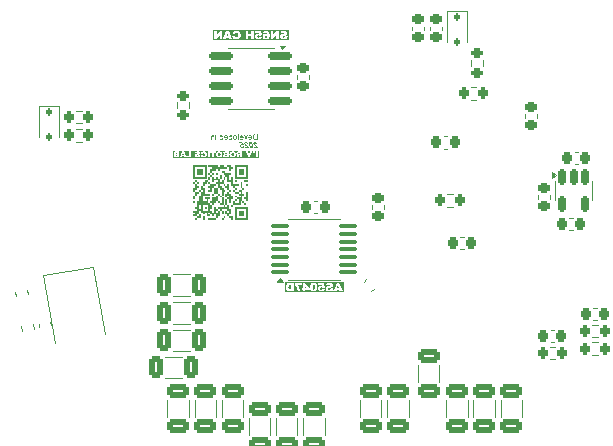
<source format=gbo>
%TF.GenerationSoftware,KiCad,Pcbnew,8.0.7*%
%TF.CreationDate,2025-07-12T21:06:11-07:00*%
%TF.ProjectId,FOCdriver,464f4364-7269-4766-9572-2e6b69636164,1.0*%
%TF.SameCoordinates,Original*%
%TF.FileFunction,Legend,Bot*%
%TF.FilePolarity,Positive*%
%FSLAX46Y46*%
G04 Gerber Fmt 4.6, Leading zero omitted, Abs format (unit mm)*
G04 Created by KiCad (PCBNEW 8.0.7) date 2025-07-12 21:06:11*
%MOMM*%
%LPD*%
G01*
G04 APERTURE LIST*
G04 Aperture macros list*
%AMRoundRect*
0 Rectangle with rounded corners*
0 $1 Rounding radius*
0 $2 $3 $4 $5 $6 $7 $8 $9 X,Y pos of 4 corners*
0 Add a 4 corners polygon primitive as box body*
4,1,4,$2,$3,$4,$5,$6,$7,$8,$9,$2,$3,0*
0 Add four circle primitives for the rounded corners*
1,1,$1+$1,$2,$3*
1,1,$1+$1,$4,$5*
1,1,$1+$1,$6,$7*
1,1,$1+$1,$8,$9*
0 Add four rect primitives between the rounded corners*
20,1,$1+$1,$2,$3,$4,$5,0*
20,1,$1+$1,$4,$5,$6,$7,0*
20,1,$1+$1,$6,$7,$8,$9,0*
20,1,$1+$1,$8,$9,$2,$3,0*%
G04 Aperture macros list end*
%ADD10C,0.100000*%
%ADD11C,0.140000*%
%ADD12C,0.125000*%
%ADD13C,0.120000*%
%ADD14C,0.000000*%
%ADD15C,3.800000*%
%ADD16C,0.550000*%
%ADD17C,1.800000*%
%ADD18RoundRect,0.675000X1.575000X-1.575000X1.575000X1.575000X-1.575000X1.575000X-1.575000X-1.575000X0*%
%ADD19C,1.400000*%
%ADD20RoundRect,0.770000X1.135287X-0.794936X0.794936X1.135287X-1.135287X0.794936X-0.794936X-1.135287X0*%
%ADD21C,3.500000*%
%ADD22C,0.650000*%
%ADD23O,1.000000X2.100000*%
%ADD24O,1.000000X1.800000*%
%ADD25C,0.499999*%
%ADD26RoundRect,0.250000X0.650000X-0.325000X0.650000X0.325000X-0.650000X0.325000X-0.650000X-0.325000X0*%
%ADD27RoundRect,0.225000X-0.250000X0.225000X-0.250000X-0.225000X0.250000X-0.225000X0.250000X0.225000X0*%
%ADD28RoundRect,0.225000X-0.225000X-0.250000X0.225000X-0.250000X0.225000X0.250000X-0.225000X0.250000X0*%
%ADD29RoundRect,0.150000X-0.150000X0.512500X-0.150000X-0.512500X0.150000X-0.512500X0.150000X0.512500X0*%
%ADD30RoundRect,0.200000X-0.200000X-0.275000X0.200000X-0.275000X0.200000X0.275000X-0.200000X0.275000X0*%
%ADD31RoundRect,0.200000X0.200000X0.275000X-0.200000X0.275000X-0.200000X-0.275000X0.200000X-0.275000X0*%
%ADD32RoundRect,0.225000X-0.285273X0.178170X-0.207131X-0.264994X0.285273X-0.178170X0.207131X0.264994X0*%
%ADD33RoundRect,0.150000X0.825000X0.150000X-0.825000X0.150000X-0.825000X-0.150000X0.825000X-0.150000X0*%
%ADD34RoundRect,0.225000X0.250000X-0.225000X0.250000X0.225000X-0.250000X0.225000X-0.250000X-0.225000X0*%
%ADD35RoundRect,0.200000X-0.275000X0.200000X-0.275000X-0.200000X0.275000X-0.200000X0.275000X0.200000X0*%
%ADD36RoundRect,0.250000X-1.059975X0.828524X-0.712679X-1.141091X1.059975X-0.828524X0.712679X1.141091X0*%
%ADD37RoundRect,0.200000X-0.305552X0.149208X-0.236092X-0.244715X0.305552X-0.149208X0.236092X0.244715X0*%
%ADD38RoundRect,0.100000X-0.637500X-0.100000X0.637500X-0.100000X0.637500X0.100000X-0.637500X0.100000X0*%
%ADD39RoundRect,0.225000X0.225000X0.250000X-0.225000X0.250000X-0.225000X-0.250000X0.225000X-0.250000X0*%
%ADD40RoundRect,0.112500X-0.112500X0.187500X-0.112500X-0.187500X0.112500X-0.187500X0.112500X0.187500X0*%
%ADD41RoundRect,0.250000X-0.325000X-0.650000X0.325000X-0.650000X0.325000X0.650000X-0.325000X0.650000X0*%
%ADD42RoundRect,0.225000X0.011663X0.336138X-0.333057X0.046884X-0.011663X-0.336138X0.333057X-0.046884X0*%
G04 APERTURE END LIST*
D10*
G36*
X94932414Y-41321210D02*
G01*
X94951953Y-41415000D01*
X95282903Y-41415000D01*
X95273690Y-41390117D01*
X95261928Y-41365907D01*
X95247617Y-41342368D01*
X95233004Y-41322322D01*
X95230757Y-41319501D01*
X95212084Y-41298324D01*
X95191613Y-41277930D01*
X95171406Y-41259355D01*
X95148336Y-41239343D01*
X95127820Y-41222298D01*
X95105472Y-41204334D01*
X95099598Y-41199699D01*
X95077148Y-41181798D01*
X95057500Y-41165799D01*
X95037622Y-41149111D01*
X95017395Y-41131121D01*
X95004344Y-41118000D01*
X94989036Y-41097685D01*
X94977635Y-41075720D01*
X94972714Y-41059382D01*
X94970694Y-41034214D01*
X94979431Y-41010167D01*
X94999661Y-40996244D01*
X95022662Y-40992948D01*
X95046931Y-40996407D01*
X95069407Y-41007792D01*
X95073464Y-41011022D01*
X95090187Y-41031418D01*
X95100703Y-41053872D01*
X95106193Y-41071106D01*
X95198272Y-41061580D01*
X95189687Y-41036886D01*
X95179809Y-41014475D01*
X95166246Y-40990597D01*
X95150820Y-40970008D01*
X95133531Y-40952707D01*
X95120969Y-40943000D01*
X95097561Y-40928963D01*
X95072751Y-40918373D01*
X95046537Y-40911231D01*
X95018922Y-40907537D01*
X95002512Y-40906974D01*
X94976563Y-40908383D01*
X94949805Y-40913585D01*
X94926835Y-40922621D01*
X94905219Y-40937642D01*
X94896266Y-40947030D01*
X94882459Y-40968226D01*
X94874376Y-40991879D01*
X94872017Y-41017990D01*
X94874650Y-41042854D01*
X94875383Y-41046559D01*
X94882201Y-41071483D01*
X94892213Y-41095515D01*
X94900662Y-41111039D01*
X94914973Y-41132390D01*
X94930964Y-41152425D01*
X94947782Y-41170967D01*
X94951831Y-41175153D01*
X94970513Y-41192742D01*
X94991359Y-41210568D01*
X95011031Y-41226570D01*
X95026936Y-41239145D01*
X95048437Y-41256031D01*
X95068488Y-41272067D01*
X95088182Y-41288434D01*
X95095080Y-41294588D01*
X95112423Y-41312224D01*
X95119870Y-41321210D01*
X94932414Y-41321210D01*
G37*
G36*
X94625091Y-40907176D02*
G01*
X94650672Y-40910203D01*
X94674802Y-40916862D01*
X94697481Y-40927153D01*
X94718709Y-40941076D01*
X94738485Y-40958632D01*
X94742293Y-40962633D01*
X94760404Y-40984978D01*
X94773776Y-41005663D01*
X94786156Y-41028843D01*
X94797544Y-41054519D01*
X94807940Y-41082691D01*
X94817343Y-41113359D01*
X94823745Y-41137997D01*
X94829588Y-41164040D01*
X94831412Y-41173044D01*
X94836154Y-41199014D01*
X94840770Y-41231214D01*
X94843435Y-41260640D01*
X94844151Y-41287291D01*
X94842303Y-41316703D01*
X94837408Y-41341781D01*
X94827512Y-41366151D01*
X94816471Y-41382475D01*
X94797768Y-41400681D01*
X94775278Y-41413463D01*
X94749001Y-41420823D01*
X94723464Y-41422815D01*
X94714615Y-41422613D01*
X94689034Y-41419587D01*
X94664904Y-41412928D01*
X94642225Y-41402637D01*
X94620997Y-41388713D01*
X94601221Y-41371158D01*
X94597420Y-41367156D01*
X94579335Y-41344785D01*
X94565970Y-41324055D01*
X94553586Y-41300806D01*
X94542183Y-41275039D01*
X94531761Y-41246752D01*
X94522319Y-41215947D01*
X94515882Y-41191191D01*
X94509996Y-41165017D01*
X94508197Y-41156121D01*
X94503560Y-41130388D01*
X94499150Y-41098308D01*
X94496767Y-41068778D01*
X94496662Y-41060863D01*
X94592838Y-41060863D01*
X94594910Y-41085337D01*
X94598764Y-41112274D01*
X94603584Y-41139465D01*
X94608670Y-41165017D01*
X94613147Y-41185759D01*
X94619818Y-41213937D01*
X94626439Y-41238595D01*
X94634097Y-41262913D01*
X94643841Y-41287138D01*
X94655872Y-41308336D01*
X94672784Y-41325973D01*
X94681752Y-41331227D01*
X94705635Y-41336842D01*
X94710799Y-41336582D01*
X94733845Y-41326217D01*
X94743067Y-41308767D01*
X94746912Y-41283353D01*
X94746944Y-41269369D01*
X94744811Y-41244834D01*
X94740903Y-41217844D01*
X94736038Y-41190607D01*
X94730914Y-41165017D01*
X94726464Y-41144298D01*
X94719818Y-41116125D01*
X94713206Y-41091439D01*
X94705536Y-41067044D01*
X94695743Y-41042651D01*
X94683855Y-41021454D01*
X94666922Y-41003817D01*
X94657905Y-40998563D01*
X94634071Y-40992948D01*
X94628878Y-40993213D01*
X94605983Y-41003817D01*
X94596822Y-41021396D01*
X94592916Y-41046926D01*
X94592838Y-41060863D01*
X94496662Y-41060863D01*
X94496410Y-41041796D01*
X94498814Y-41011655D01*
X94504384Y-40985497D01*
X94515247Y-40959364D01*
X94525505Y-40944272D01*
X94543303Y-40927439D01*
X94565109Y-40915621D01*
X94590924Y-40908816D01*
X94616242Y-40906974D01*
X94625091Y-40907176D01*
G37*
G36*
X94153768Y-41321210D02*
G01*
X94173307Y-41415000D01*
X94504256Y-41415000D01*
X94495044Y-41390117D01*
X94483282Y-41365907D01*
X94468971Y-41342368D01*
X94454357Y-41322322D01*
X94452110Y-41319501D01*
X94433437Y-41298324D01*
X94412967Y-41277930D01*
X94392759Y-41259355D01*
X94369690Y-41239343D01*
X94349174Y-41222298D01*
X94326825Y-41204334D01*
X94320952Y-41199699D01*
X94298502Y-41181798D01*
X94278854Y-41165799D01*
X94258975Y-41149111D01*
X94238749Y-41131121D01*
X94225697Y-41118000D01*
X94210389Y-41097685D01*
X94198989Y-41075720D01*
X94194068Y-41059382D01*
X94192048Y-41034214D01*
X94200785Y-41010167D01*
X94221015Y-40996244D01*
X94244016Y-40992948D01*
X94268285Y-40996407D01*
X94290761Y-41007792D01*
X94294818Y-41011022D01*
X94311541Y-41031418D01*
X94322057Y-41053872D01*
X94327547Y-41071106D01*
X94419626Y-41061580D01*
X94411041Y-41036886D01*
X94401162Y-41014475D01*
X94387600Y-40990597D01*
X94372174Y-40970008D01*
X94354885Y-40952707D01*
X94342323Y-40943000D01*
X94318915Y-40928963D01*
X94294104Y-40918373D01*
X94267891Y-40911231D01*
X94240276Y-40907537D01*
X94223866Y-40906974D01*
X94197917Y-40908383D01*
X94171159Y-40913585D01*
X94148188Y-40922621D01*
X94126573Y-40937642D01*
X94117620Y-40947030D01*
X94103813Y-40968226D01*
X94095730Y-40991879D01*
X94093371Y-41017990D01*
X94096003Y-41042854D01*
X94096737Y-41046559D01*
X94103555Y-41071483D01*
X94113567Y-41095515D01*
X94122016Y-41111039D01*
X94136327Y-41132390D01*
X94152318Y-41152425D01*
X94169136Y-41170967D01*
X94173185Y-41175153D01*
X94191867Y-41192742D01*
X94212712Y-41210568D01*
X94232385Y-41226570D01*
X94248290Y-41239145D01*
X94269791Y-41256031D01*
X94289842Y-41272067D01*
X94309536Y-41288434D01*
X94316434Y-41294588D01*
X94333777Y-41312224D01*
X94341224Y-41321210D01*
X94153768Y-41321210D01*
G37*
G36*
X94071336Y-41269675D02*
G01*
X93974982Y-41258684D01*
X93974902Y-41283608D01*
X93968123Y-41307390D01*
X93963014Y-41315837D01*
X93943640Y-41332226D01*
X93921737Y-41336842D01*
X93896659Y-41332634D01*
X93874963Y-41321193D01*
X93867027Y-41314860D01*
X93850391Y-41295139D01*
X93839065Y-41271540D01*
X93832588Y-41248304D01*
X93829542Y-41222072D01*
X93833459Y-41197471D01*
X93839916Y-41185778D01*
X93860066Y-41170116D01*
X93884509Y-41164976D01*
X93888520Y-41164895D01*
X93913913Y-41168711D01*
X93936725Y-41178672D01*
X93956971Y-41192716D01*
X93969609Y-41203974D01*
X94043614Y-41191884D01*
X93937613Y-40914790D01*
X93687997Y-40914790D01*
X93707536Y-41008579D01*
X93885589Y-41008579D01*
X93918684Y-41096751D01*
X93894764Y-41086600D01*
X93869261Y-41080332D01*
X93850540Y-41078921D01*
X93824410Y-41081148D01*
X93797938Y-41089145D01*
X93775084Y-41102958D01*
X93755848Y-41122587D01*
X93753698Y-41125450D01*
X93741158Y-41147085D01*
X93733352Y-41171384D01*
X93730279Y-41198349D01*
X93731412Y-41223582D01*
X93735013Y-41246106D01*
X93742225Y-41272509D01*
X93752535Y-41297650D01*
X93765941Y-41321529D01*
X93782444Y-41344146D01*
X93793265Y-41356503D01*
X93813151Y-41375607D01*
X93834188Y-41391473D01*
X93856376Y-41404100D01*
X93879714Y-41413490D01*
X93904203Y-41419642D01*
X93929843Y-41422556D01*
X93940422Y-41422815D01*
X93964832Y-41421356D01*
X93990305Y-41415963D01*
X94015452Y-41404934D01*
X94036371Y-41388714D01*
X94043126Y-41381294D01*
X94057757Y-41358747D01*
X94067336Y-41332629D01*
X94071573Y-41306845D01*
X94071941Y-41278326D01*
X94071336Y-41269675D01*
G37*
D11*
G36*
X100002212Y-52985003D02*
G01*
X100027616Y-53011805D01*
X100033167Y-53022744D01*
X100043167Y-53055543D01*
X100048682Y-53090234D01*
X100051834Y-53126365D01*
X100053349Y-53160982D01*
X100053854Y-53199698D01*
X100053299Y-53238812D01*
X100051633Y-53273769D01*
X100048169Y-53310230D01*
X100042107Y-53345201D01*
X100031115Y-53378191D01*
X100011368Y-53406529D01*
X99979111Y-53423559D01*
X99966488Y-53424695D01*
X99931953Y-53415563D01*
X99918446Y-53405375D01*
X99898665Y-53375875D01*
X99887842Y-53342458D01*
X99882099Y-53306525D01*
X99879173Y-53268260D01*
X99878001Y-53232981D01*
X99877755Y-53204827D01*
X99878310Y-53164162D01*
X99879976Y-53127971D01*
X99883440Y-53090448D01*
X99889502Y-53054816D01*
X99900494Y-53021889D01*
X99920578Y-52993968D01*
X99951666Y-52977680D01*
X99967514Y-52976069D01*
X100002212Y-52985003D01*
G37*
G36*
X98036408Y-53380926D02*
G01*
X97988537Y-53380926D01*
X97954058Y-53379831D01*
X97917806Y-53374962D01*
X97894332Y-53367078D01*
X97867098Y-53344790D01*
X97851077Y-53318180D01*
X97840893Y-53282087D01*
X97836592Y-53244146D01*
X97835363Y-53207422D01*
X97835347Y-53202434D01*
X97836580Y-53165011D01*
X97841132Y-53127399D01*
X97850442Y-53092387D01*
X97868240Y-53060584D01*
X97870396Y-53058135D01*
X97899971Y-53036331D01*
X97932493Y-53025223D01*
X97967692Y-53020436D01*
X97987511Y-53019838D01*
X98036408Y-53019838D01*
X98036408Y-53380926D01*
G37*
G36*
X99440585Y-53260563D02*
G01*
X99269444Y-53260563D01*
X99269444Y-53060187D01*
X99440585Y-53260563D01*
G37*
G36*
X102103784Y-53271505D02*
G01*
X101963418Y-53271505D01*
X102033858Y-53047364D01*
X102103784Y-53271505D01*
G37*
G36*
X102500763Y-53644720D02*
G01*
X97527786Y-53644720D01*
X97527786Y-53197988D01*
X97605564Y-53197988D01*
X97605647Y-53202434D01*
X97606202Y-53232180D01*
X97608655Y-53269959D01*
X97612946Y-53304192D01*
X97620278Y-53339648D01*
X97631722Y-53374258D01*
X97648059Y-53408053D01*
X97667642Y-53438657D01*
X97690470Y-53466068D01*
X97704555Y-53479918D01*
X97731295Y-53501619D01*
X97762370Y-53520466D01*
X97794881Y-53533770D01*
X97804915Y-53536680D01*
X97840231Y-53545132D01*
X97877943Y-53551754D01*
X97913519Y-53555320D01*
X97936049Y-53556000D01*
X98265166Y-53556000D01*
X98265166Y-52983763D01*
X98366893Y-52983763D01*
X98394376Y-53009605D01*
X98420019Y-53036096D01*
X98443824Y-53063236D01*
X98465789Y-53091025D01*
X98485914Y-53119464D01*
X98492214Y-53129087D01*
X98510403Y-53158995D01*
X98527356Y-53189945D01*
X98543074Y-53221940D01*
X98557557Y-53254977D01*
X98570804Y-53289059D01*
X98582815Y-53324184D01*
X98587273Y-53338526D01*
X98597035Y-53373520D01*
X98605546Y-53411183D01*
X98612807Y-53451514D01*
X98617902Y-53487162D01*
X98622130Y-53524664D01*
X98624887Y-53556000D01*
X98831590Y-53556000D01*
X98825162Y-53512341D01*
X98817933Y-53470611D01*
X98809903Y-53430809D01*
X98801071Y-53392937D01*
X98791438Y-53356993D01*
X98781004Y-53322978D01*
X98766834Y-53283172D01*
X98757731Y-53260734D01*
X98757653Y-53260563D01*
X98999311Y-53260563D01*
X98999311Y-53435637D01*
X99087874Y-53435637D01*
X99087874Y-53556000D01*
X99269444Y-53556000D01*
X99269444Y-53435637D01*
X99626258Y-53435637D01*
X99626258Y-53265521D01*
X99567563Y-53195082D01*
X99672078Y-53195082D01*
X99672240Y-53204827D01*
X99672661Y-53230185D01*
X99675252Y-53274197D01*
X99679917Y-53315020D01*
X99686654Y-53352654D01*
X99695464Y-53387098D01*
X99709392Y-53425667D01*
X99726559Y-53459252D01*
X99738414Y-53477011D01*
X99761465Y-53502919D01*
X99789158Y-53524436D01*
X99821492Y-53541561D01*
X99858467Y-53554295D01*
X99900085Y-53562638D01*
X99936720Y-53566151D01*
X99966146Y-53566942D01*
X100004004Y-53565567D01*
X100038590Y-53561444D01*
X100074109Y-53553365D01*
X100108958Y-53539986D01*
X100112497Y-53538219D01*
X100142445Y-53519939D01*
X100169201Y-53497412D01*
X100192766Y-53470639D01*
X100204479Y-53453930D01*
X100220971Y-53423542D01*
X100233580Y-53390096D01*
X100242987Y-53355255D01*
X100244828Y-53346903D01*
X100251111Y-53312111D01*
X100252215Y-53303135D01*
X100323303Y-53303135D01*
X100325472Y-53337340D01*
X100333098Y-53375028D01*
X100344486Y-53407825D01*
X100358010Y-53435979D01*
X100377169Y-53465984D01*
X100399940Y-53492228D01*
X100426323Y-53514710D01*
X100456317Y-53533431D01*
X100490223Y-53548092D01*
X100523484Y-53557484D01*
X100560100Y-53563669D01*
X100600069Y-53566647D01*
X100618226Y-53566942D01*
X100656293Y-53565860D01*
X100691250Y-53562614D01*
X100726442Y-53556470D01*
X100739444Y-53553264D01*
X100772556Y-53542147D01*
X100804576Y-53526379D01*
X100825784Y-53512060D01*
X100852477Y-53488510D01*
X100876300Y-53460498D01*
X100883571Y-53449827D01*
X100900643Y-53417819D01*
X100913545Y-53384784D01*
X100922040Y-53357332D01*
X100712260Y-53336645D01*
X100703159Y-53369893D01*
X100684133Y-53399503D01*
X100679604Y-53403665D01*
X100648493Y-53420669D01*
X100620107Y-53424695D01*
X100584972Y-53418198D01*
X100556506Y-53398707D01*
X100538466Y-53368361D01*
X100531766Y-53332641D01*
X100531436Y-53321942D01*
X100975211Y-53321942D01*
X100978254Y-53359860D01*
X100987383Y-53396101D01*
X101002597Y-53430665D01*
X101013680Y-53449143D01*
X101034794Y-53476445D01*
X101059671Y-53500221D01*
X101088308Y-53520470D01*
X101120707Y-53537193D01*
X101157102Y-53550208D01*
X101192559Y-53558546D01*
X101231387Y-53564036D01*
X101267351Y-53566477D01*
X101292703Y-53566942D01*
X101336484Y-53565817D01*
X101376788Y-53562443D01*
X101413613Y-53556820D01*
X101417086Y-53556000D01*
X101639943Y-53556000D01*
X101879814Y-53556000D01*
X101914350Y-53435637D01*
X102154220Y-53435637D01*
X102188414Y-53556000D01*
X102422985Y-53556000D01*
X102154049Y-52844764D01*
X101908878Y-52844764D01*
X101747517Y-53271505D01*
X101639943Y-53556000D01*
X101417086Y-53556000D01*
X101446960Y-53548947D01*
X101483753Y-53535943D01*
X101515111Y-53519425D01*
X101545567Y-53494963D01*
X101569965Y-53466415D01*
X101590070Y-53434752D01*
X101605884Y-53399977D01*
X101617407Y-53362087D01*
X101623730Y-53328135D01*
X101626094Y-53306725D01*
X101408107Y-53293048D01*
X101401696Y-53326992D01*
X101389270Y-53360259D01*
X101381265Y-53372720D01*
X101355894Y-53396081D01*
X101323978Y-53409745D01*
X101289283Y-53413752D01*
X101254296Y-53409956D01*
X101222722Y-53395140D01*
X101221237Y-53393920D01*
X101200431Y-53365236D01*
X101197643Y-53348271D01*
X101209125Y-53315845D01*
X101219869Y-53304503D01*
X101252024Y-53287145D01*
X101285482Y-53276297D01*
X101323624Y-53266859D01*
X101328948Y-53265692D01*
X101363821Y-53257443D01*
X101403790Y-53246170D01*
X101439735Y-53233828D01*
X101471657Y-53220417D01*
X101504652Y-53202914D01*
X101535822Y-53180549D01*
X101560537Y-53155414D01*
X101581350Y-53123203D01*
X101594234Y-53087272D01*
X101599004Y-53052783D01*
X101599252Y-53042406D01*
X101595434Y-53005187D01*
X101583979Y-52969464D01*
X101566939Y-52938285D01*
X101543514Y-52909704D01*
X101517092Y-52887550D01*
X101485613Y-52868778D01*
X101469999Y-52861519D01*
X101434843Y-52849402D01*
X101399278Y-52841639D01*
X101365226Y-52837095D01*
X101327879Y-52834498D01*
X101294241Y-52833822D01*
X101253019Y-52835062D01*
X101214944Y-52838781D01*
X101180016Y-52844980D01*
X101142257Y-52855691D01*
X101109030Y-52869972D01*
X101084803Y-52884600D01*
X101055795Y-52909949D01*
X101032350Y-52941565D01*
X101016682Y-52973652D01*
X101005102Y-53010343D01*
X100998573Y-53044436D01*
X100997608Y-53051638D01*
X101213714Y-53063948D01*
X101223313Y-53029265D01*
X101242408Y-52999671D01*
X101246883Y-52995731D01*
X101278590Y-52980389D01*
X101313035Y-52976088D01*
X101315784Y-52976069D01*
X101350471Y-52980613D01*
X101369297Y-52990431D01*
X101386583Y-53020925D01*
X101386736Y-53024625D01*
X101372717Y-53050099D01*
X101340956Y-53064762D01*
X101305741Y-53073649D01*
X101302277Y-53074377D01*
X101267637Y-53081926D01*
X101227890Y-53091438D01*
X101192093Y-53101034D01*
X101154348Y-53112658D01*
X101117499Y-53126372D01*
X101095916Y-53136268D01*
X101063217Y-53155400D01*
X101035900Y-53177020D01*
X101011860Y-53203962D01*
X101004105Y-53215598D01*
X100988868Y-53246406D01*
X100979275Y-53279418D01*
X100975324Y-53314634D01*
X100975211Y-53321942D01*
X100531436Y-53321942D01*
X100531373Y-53319890D01*
X100534932Y-53283610D01*
X100548078Y-53251675D01*
X100556677Y-53241415D01*
X100586297Y-53222950D01*
X100621908Y-53216819D01*
X100624552Y-53216795D01*
X100659421Y-53221949D01*
X100677040Y-53228763D01*
X100705727Y-53248348D01*
X100720637Y-53262273D01*
X100895710Y-53239705D01*
X100832109Y-52844764D01*
X100356984Y-52844764D01*
X100356984Y-53019838D01*
X100672765Y-53019838D01*
X100687127Y-53103442D01*
X100654162Y-53089885D01*
X100631049Y-53083096D01*
X100596546Y-53076426D01*
X100566422Y-53074548D01*
X100527327Y-53076832D01*
X100491080Y-53083684D01*
X100457683Y-53095104D01*
X100427135Y-53111093D01*
X100399436Y-53131649D01*
X100390836Y-53139517D01*
X100367885Y-53165064D01*
X100347111Y-53197862D01*
X100332800Y-53233884D01*
X100324952Y-53273129D01*
X100323303Y-53303135D01*
X100252215Y-53303135D01*
X100255599Y-53275609D01*
X100258291Y-53237397D01*
X100259175Y-53202559D01*
X100259189Y-53197475D01*
X100258540Y-53160830D01*
X100256592Y-53126291D01*
X100251976Y-53083517D01*
X100245052Y-53044487D01*
X100235820Y-53009203D01*
X100221033Y-52970365D01*
X100202641Y-52937379D01*
X100185330Y-52915204D01*
X100160330Y-52891759D01*
X100131598Y-52872288D01*
X100099135Y-52856790D01*
X100062940Y-52845267D01*
X100023013Y-52837716D01*
X99988385Y-52834538D01*
X99960846Y-52833822D01*
X99926364Y-52834934D01*
X99891377Y-52838840D01*
X99857230Y-52846481D01*
X99842022Y-52851603D01*
X99809340Y-52866349D01*
X99779470Y-52885797D01*
X99765770Y-52897765D01*
X99742311Y-52923304D01*
X99722551Y-52951903D01*
X99719266Y-52957775D01*
X99704740Y-52989484D01*
X99693894Y-53023079D01*
X99691911Y-53030780D01*
X99684183Y-53065581D01*
X99678353Y-53101021D01*
X99674422Y-53137099D01*
X99672388Y-53173815D01*
X99672078Y-53195082D01*
X99567563Y-53195082D01*
X99266537Y-52833822D01*
X99087874Y-52833822D01*
X99087874Y-53260563D01*
X98999311Y-53260563D01*
X98757653Y-53260563D01*
X98740943Y-53224018D01*
X98721677Y-53186960D01*
X98704478Y-53157067D01*
X98685693Y-53126955D01*
X98665321Y-53096624D01*
X98643362Y-53066074D01*
X98619816Y-53035304D01*
X98607448Y-53019838D01*
X98949559Y-53019838D01*
X98949559Y-52844764D01*
X98366893Y-52844764D01*
X98366893Y-52983763D01*
X98265166Y-52983763D01*
X98265166Y-52844764D01*
X97936049Y-52844764D01*
X97901053Y-52845690D01*
X97863491Y-52849110D01*
X97829446Y-52855049D01*
X97794846Y-52864923D01*
X97779269Y-52871094D01*
X97747081Y-52887716D01*
X97718219Y-52907963D01*
X97692684Y-52931834D01*
X97679936Y-52946662D01*
X97659548Y-52975521D01*
X97642622Y-53006895D01*
X97629158Y-53040785D01*
X97623174Y-53060699D01*
X97614661Y-53097826D01*
X97609433Y-53131803D01*
X97606406Y-53166700D01*
X97605564Y-53197988D01*
X97527786Y-53197988D01*
X97527786Y-52756044D01*
X102500763Y-52756044D01*
X102500763Y-53644720D01*
G37*
D12*
G36*
X92011053Y-41827288D02*
G01*
X92034106Y-41836518D01*
X92053701Y-41851903D01*
X92057204Y-41855718D01*
X92070487Y-41876812D01*
X92078644Y-41901223D01*
X92082964Y-41926953D01*
X92084574Y-41952254D01*
X92084682Y-41961353D01*
X92083724Y-41987404D01*
X92080187Y-42014074D01*
X92072953Y-42039645D01*
X92060746Y-42062154D01*
X92057449Y-42066256D01*
X92038443Y-42082871D01*
X92015622Y-42093332D01*
X91988984Y-42097640D01*
X91983199Y-42097763D01*
X91957735Y-42095329D01*
X91933521Y-42086914D01*
X91913600Y-42072488D01*
X91908460Y-42066988D01*
X91895650Y-42045610D01*
X91887783Y-42019892D01*
X91883616Y-41992204D01*
X91882064Y-41964621D01*
X91881960Y-41954637D01*
X91883281Y-41926505D01*
X91887243Y-41901950D01*
X91895005Y-41878266D01*
X91907862Y-41857205D01*
X91909560Y-41855230D01*
X91928741Y-41838872D01*
X91951787Y-41828573D01*
X91978696Y-41824332D01*
X91984542Y-41824211D01*
X92011053Y-41827288D01*
G37*
G36*
X93132128Y-41827288D02*
G01*
X93155181Y-41836518D01*
X93174775Y-41851903D01*
X93178279Y-41855718D01*
X93191562Y-41876812D01*
X93199719Y-41901223D01*
X93204039Y-41926953D01*
X93205649Y-41952254D01*
X93205756Y-41961353D01*
X93204799Y-41987404D01*
X93201262Y-42014074D01*
X93194028Y-42039645D01*
X93181821Y-42062154D01*
X93178523Y-42066256D01*
X93159518Y-42082871D01*
X93136697Y-42093332D01*
X93110059Y-42097640D01*
X93104273Y-42097763D01*
X93078810Y-42095329D01*
X93054595Y-42086914D01*
X93034674Y-42072488D01*
X93029535Y-42066988D01*
X93016725Y-42045610D01*
X93008858Y-42019892D01*
X93004691Y-41992204D01*
X93003138Y-41964621D01*
X93003035Y-41954637D01*
X93004355Y-41926505D01*
X93008317Y-41901950D01*
X93016080Y-41878266D01*
X93028936Y-41857205D01*
X93030634Y-41855230D01*
X93049816Y-41838872D01*
X93072862Y-41828573D01*
X93099771Y-41824332D01*
X93105617Y-41824211D01*
X93132128Y-41827288D01*
G37*
G36*
X88427634Y-42089947D02*
G01*
X88352162Y-42089947D01*
X88326425Y-42088092D01*
X88302367Y-42079849D01*
X88298185Y-42076758D01*
X88284723Y-42055608D01*
X88282920Y-42041465D01*
X88290077Y-42017175D01*
X88298063Y-42008614D01*
X88320916Y-41998895D01*
X88345348Y-41996267D01*
X88352529Y-41996158D01*
X88427634Y-41996158D01*
X88427634Y-42089947D01*
G37*
G36*
X88427634Y-41894553D02*
G01*
X88363886Y-41894553D01*
X88339057Y-41892860D01*
X88315892Y-41884295D01*
X88303451Y-41862601D01*
X88302825Y-41854497D01*
X88310801Y-41831334D01*
X88315892Y-41826531D01*
X88340279Y-41817821D01*
X88362787Y-41816395D01*
X88427634Y-41816395D01*
X88427634Y-41894553D01*
G37*
G36*
X88961426Y-42011789D02*
G01*
X88861165Y-42011789D01*
X88911479Y-41851688D01*
X88961426Y-42011789D01*
G37*
G36*
X92607606Y-42089947D02*
G01*
X92532135Y-42089947D01*
X92506397Y-42088092D01*
X92482340Y-42079849D01*
X92478157Y-42076758D01*
X92464696Y-42055608D01*
X92462892Y-42041465D01*
X92470049Y-42017175D01*
X92478035Y-42008614D01*
X92500888Y-41998895D01*
X92525320Y-41996267D01*
X92532501Y-41996158D01*
X92607606Y-41996158D01*
X92607606Y-42089947D01*
G37*
G36*
X92607606Y-41894553D02*
G01*
X92543858Y-41894553D01*
X92519029Y-41892860D01*
X92495864Y-41884295D01*
X92483423Y-41862601D01*
X92482798Y-41854497D01*
X92490773Y-41831334D01*
X92495864Y-41826531D01*
X92520251Y-41817821D01*
X92542759Y-41816395D01*
X92607606Y-41816395D01*
X92607606Y-41894553D01*
G37*
G36*
X93721841Y-41910184D02*
G01*
X93660170Y-41910184D01*
X93635141Y-41906715D01*
X93619748Y-41903468D01*
X93598385Y-41891256D01*
X93596667Y-41889180D01*
X93587891Y-41866259D01*
X93587752Y-41862557D01*
X93593333Y-41838724D01*
X93602040Y-41828363D01*
X93624709Y-41819025D01*
X93649882Y-41816500D01*
X93657361Y-41816395D01*
X93721841Y-41816395D01*
X93721841Y-41910184D01*
G37*
G36*
X95304631Y-42285315D02*
G01*
X88056655Y-42285315D01*
X88056655Y-42063935D01*
X88119155Y-42063935D01*
X88120979Y-42088870D01*
X88127202Y-42114480D01*
X88137839Y-42138185D01*
X88152330Y-42159223D01*
X88170111Y-42177000D01*
X88189130Y-42190331D01*
X88212475Y-42200277D01*
X88237566Y-42206070D01*
X88249703Y-42207916D01*
X88276586Y-42211340D01*
X88301862Y-42214003D01*
X88319922Y-42215000D01*
X88592375Y-42215000D01*
X88630111Y-42215000D01*
X88801447Y-42215000D01*
X88826116Y-42129026D01*
X88997452Y-42129026D01*
X89021876Y-42215000D01*
X89189427Y-42215000D01*
X89139186Y-42082131D01*
X89197243Y-42082131D01*
X89197243Y-42215000D01*
X89603419Y-42215000D01*
X89603419Y-42047815D01*
X89904570Y-42047815D01*
X89906744Y-42074900D01*
X89913264Y-42100786D01*
X89924131Y-42125475D01*
X89932047Y-42138674D01*
X89947129Y-42158175D01*
X89964898Y-42175157D01*
X89985353Y-42189621D01*
X90008495Y-42201566D01*
X90034492Y-42210863D01*
X90059819Y-42216818D01*
X90087553Y-42220740D01*
X90113241Y-42222483D01*
X90131349Y-42222815D01*
X90162622Y-42222012D01*
X90191410Y-42219602D01*
X90217714Y-42215585D01*
X90241534Y-42209962D01*
X90267814Y-42200673D01*
X90290213Y-42188875D01*
X90311967Y-42171402D01*
X90329394Y-42151010D01*
X90343755Y-42128394D01*
X90355051Y-42103555D01*
X90363281Y-42076491D01*
X90367798Y-42052239D01*
X90368637Y-42044640D01*
X90406123Y-42044640D01*
X90413324Y-42070338D01*
X90421998Y-42093898D01*
X90433714Y-42118203D01*
X90447353Y-42139716D01*
X90451063Y-42144658D01*
X90469111Y-42164936D01*
X90489459Y-42182220D01*
X90512105Y-42196509D01*
X90525680Y-42203154D01*
X90549463Y-42211756D01*
X90576238Y-42217900D01*
X90602120Y-42221260D01*
X90630294Y-42222738D01*
X90638764Y-42222815D01*
X90663946Y-42222228D01*
X90692236Y-42219972D01*
X90718423Y-42216025D01*
X90722801Y-42215000D01*
X90988398Y-42215000D01*
X91152040Y-42215000D01*
X91152040Y-41832027D01*
X91209193Y-41832027D01*
X91367829Y-41832027D01*
X91367829Y-42215000D01*
X91531227Y-42215000D01*
X91531227Y-41957201D01*
X91718562Y-41957201D01*
X91719301Y-41984062D01*
X91721519Y-42009384D01*
X91726133Y-42037740D01*
X91732877Y-42063881D01*
X91741749Y-42087806D01*
X91748848Y-42102526D01*
X91763336Y-42126219D01*
X91780407Y-42147505D01*
X91800061Y-42166384D01*
X91822298Y-42182855D01*
X91836165Y-42191186D01*
X91858526Y-42201935D01*
X91882836Y-42210460D01*
X91909095Y-42216761D01*
X91937304Y-42220838D01*
X91962300Y-42222537D01*
X91977948Y-42222815D01*
X92004137Y-42222150D01*
X92028895Y-42220156D01*
X92056716Y-42216007D01*
X92082476Y-42209943D01*
X92106175Y-42201965D01*
X92120830Y-42195582D01*
X92144645Y-42182095D01*
X92166404Y-42165569D01*
X92186105Y-42146004D01*
X92201355Y-42126816D01*
X92212909Y-42109120D01*
X92224862Y-42085879D01*
X92233083Y-42063935D01*
X92299127Y-42063935D01*
X92300952Y-42088870D01*
X92307174Y-42114480D01*
X92317811Y-42138185D01*
X92332302Y-42159223D01*
X92350083Y-42177000D01*
X92369102Y-42190331D01*
X92392447Y-42200277D01*
X92417538Y-42206070D01*
X92429675Y-42207916D01*
X92456558Y-42211340D01*
X92481834Y-42214003D01*
X92499895Y-42215000D01*
X92772347Y-42215000D01*
X92772347Y-41957201D01*
X92839636Y-41957201D01*
X92840376Y-41984062D01*
X92842594Y-42009384D01*
X92847208Y-42037740D01*
X92853951Y-42063881D01*
X92862824Y-42087806D01*
X92869922Y-42102526D01*
X92884411Y-42126219D01*
X92901482Y-42147505D01*
X92921136Y-42166384D01*
X92943373Y-42182855D01*
X92957239Y-42191186D01*
X92979600Y-42201935D01*
X93003911Y-42210460D01*
X93030170Y-42216761D01*
X93058379Y-42220838D01*
X93083375Y-42222537D01*
X93099022Y-42222815D01*
X93125212Y-42222150D01*
X93149970Y-42220156D01*
X93177791Y-42216007D01*
X93182069Y-42215000D01*
X93380268Y-42215000D01*
X93564915Y-42215000D01*
X93649057Y-42059905D01*
X93661856Y-42038591D01*
X93676046Y-42022658D01*
X93698671Y-42013074D01*
X93711950Y-42011789D01*
X93721841Y-42011789D01*
X93721841Y-42215000D01*
X93885851Y-42215000D01*
X94209350Y-42215000D01*
X94344294Y-42215000D01*
X94340386Y-41827142D01*
X94435885Y-42215000D01*
X94557030Y-42215000D01*
X94652285Y-41827142D01*
X94648377Y-42215000D01*
X94783565Y-42215000D01*
X95078488Y-42215000D01*
X95242131Y-42215000D01*
X95242131Y-41706974D01*
X95078488Y-41706974D01*
X95078488Y-42215000D01*
X94783565Y-42215000D01*
X94783565Y-41795512D01*
X94851343Y-41795512D01*
X94874057Y-41902369D01*
X94975174Y-41902369D01*
X94998621Y-41795512D01*
X94998621Y-41706974D01*
X94851343Y-41706974D01*
X94851343Y-41795512D01*
X94783565Y-41795512D01*
X94783565Y-41706974D01*
X94571929Y-41706974D01*
X94495969Y-41998478D01*
X94420376Y-41706974D01*
X94209350Y-41706974D01*
X94209350Y-42215000D01*
X93885851Y-42215000D01*
X93885851Y-41706974D01*
X93622679Y-41706974D01*
X93596574Y-41707417D01*
X93569124Y-41709050D01*
X93541718Y-41712391D01*
X93515939Y-41718030D01*
X93510938Y-41719553D01*
X93487980Y-41729537D01*
X93467957Y-41743767D01*
X93450867Y-41762243D01*
X93447801Y-41766448D01*
X93435050Y-41789326D01*
X93427021Y-41815067D01*
X93423833Y-41840681D01*
X93423621Y-41849734D01*
X93424524Y-41862557D01*
X93425422Y-41875303D01*
X93431563Y-41900785D01*
X93442061Y-41923496D01*
X93456355Y-41943436D01*
X93473882Y-41960605D01*
X93492620Y-41973810D01*
X93514668Y-41984812D01*
X93534751Y-41991029D01*
X93512167Y-42001801D01*
X93506297Y-42005806D01*
X93488597Y-42023849D01*
X93480774Y-42033405D01*
X93465528Y-42053785D01*
X93458426Y-42065523D01*
X93380268Y-42215000D01*
X93182069Y-42215000D01*
X93203551Y-42209943D01*
X93227250Y-42201965D01*
X93241904Y-42195582D01*
X93265720Y-42182095D01*
X93287478Y-42165569D01*
X93307180Y-42146004D01*
X93322430Y-42126816D01*
X93333984Y-42109120D01*
X93345936Y-42085879D01*
X93355416Y-42060577D01*
X93362423Y-42033214D01*
X93366373Y-42008838D01*
X93368605Y-41983030D01*
X93369155Y-41961353D01*
X93368063Y-41931277D01*
X93364789Y-41902903D01*
X93359332Y-41876231D01*
X93351691Y-41851261D01*
X93341868Y-41827993D01*
X93329862Y-41806427D01*
X93311785Y-41781863D01*
X93299301Y-41768401D01*
X93280989Y-41752173D01*
X93260978Y-41738108D01*
X93239269Y-41726207D01*
X93215862Y-41716469D01*
X93190756Y-41708896D01*
X93163953Y-41703486D01*
X93135451Y-41700241D01*
X93105250Y-41699159D01*
X93074346Y-41700221D01*
X93045258Y-41703410D01*
X93017987Y-41708724D01*
X92992532Y-41716164D01*
X92968894Y-41725730D01*
X92947073Y-41737421D01*
X92922350Y-41755024D01*
X92908879Y-41767180D01*
X92888931Y-41789755D01*
X92872364Y-41814965D01*
X92861545Y-41837031D01*
X92852890Y-41860783D01*
X92846398Y-41886223D01*
X92842071Y-41913349D01*
X92839907Y-41942162D01*
X92839682Y-41954637D01*
X92839636Y-41957201D01*
X92772347Y-41957201D01*
X92772347Y-41706974D01*
X92477180Y-41706974D01*
X92450534Y-41708224D01*
X92426284Y-41711972D01*
X92401020Y-41719503D01*
X92379017Y-41730435D01*
X92362752Y-41742512D01*
X92345174Y-41761341D01*
X92332619Y-41782293D01*
X92324497Y-41808399D01*
X92322574Y-41830561D01*
X92325131Y-41854497D01*
X92325389Y-41856910D01*
X92333832Y-41880850D01*
X92347905Y-41902382D01*
X92351395Y-41906399D01*
X92370477Y-41923193D01*
X92393020Y-41934718D01*
X92394504Y-41935219D01*
X92369517Y-41944114D01*
X92347678Y-41957516D01*
X92328987Y-41975426D01*
X92325627Y-41979549D01*
X92311652Y-42002221D01*
X92303500Y-42025500D01*
X92301069Y-42041465D01*
X92299541Y-42051504D01*
X92299127Y-42063935D01*
X92233083Y-42063935D01*
X92234341Y-42060577D01*
X92241348Y-42033214D01*
X92245298Y-42008838D01*
X92247531Y-41983030D01*
X92248080Y-41961353D01*
X92246989Y-41931277D01*
X92243714Y-41902903D01*
X92238257Y-41876231D01*
X92230617Y-41851261D01*
X92220794Y-41827993D01*
X92208788Y-41806427D01*
X92190710Y-41781863D01*
X92178227Y-41768401D01*
X92159914Y-41752173D01*
X92139903Y-41738108D01*
X92118194Y-41726207D01*
X92094787Y-41716469D01*
X92069682Y-41708896D01*
X92042878Y-41703486D01*
X92014376Y-41700241D01*
X91984176Y-41699159D01*
X91953271Y-41700221D01*
X91924184Y-41703410D01*
X91896912Y-41708724D01*
X91871458Y-41716164D01*
X91847820Y-41725730D01*
X91825998Y-41737421D01*
X91801276Y-41755024D01*
X91787804Y-41767180D01*
X91767857Y-41789755D01*
X91751290Y-41814965D01*
X91740471Y-41837031D01*
X91731815Y-41860783D01*
X91725324Y-41886223D01*
X91720996Y-41913349D01*
X91718832Y-41942162D01*
X91718608Y-41954637D01*
X91718562Y-41957201D01*
X91531227Y-41957201D01*
X91531227Y-41832027D01*
X91689985Y-41832027D01*
X91689985Y-41706974D01*
X91209193Y-41706974D01*
X91209193Y-41832027D01*
X91152040Y-41832027D01*
X91152040Y-41706974D01*
X90988398Y-41706974D01*
X90988398Y-42215000D01*
X90722801Y-42215000D01*
X90742506Y-42210387D01*
X90767943Y-42201671D01*
X90774685Y-42198757D01*
X90797130Y-42186491D01*
X90818196Y-42170741D01*
X90837882Y-42151509D01*
X90853659Y-42132252D01*
X90866032Y-42114249D01*
X90879064Y-42090363D01*
X90889399Y-42064132D01*
X90895952Y-42040482D01*
X90900633Y-42015205D01*
X90903442Y-41988299D01*
X90904378Y-41959766D01*
X90903323Y-41929342D01*
X90900157Y-41900720D01*
X90894881Y-41873899D01*
X90887495Y-41848879D01*
X90877998Y-41825661D01*
X90863159Y-41799171D01*
X90845023Y-41775496D01*
X90836845Y-41766814D01*
X90814346Y-41747323D01*
X90789134Y-41731136D01*
X90767011Y-41720565D01*
X90743152Y-41712108D01*
X90717556Y-41705766D01*
X90690223Y-41701537D01*
X90661155Y-41699423D01*
X90645969Y-41699159D01*
X90616857Y-41700119D01*
X90589743Y-41702999D01*
X90564627Y-41707799D01*
X90537124Y-41716094D01*
X90512497Y-41727153D01*
X90494172Y-41738482D01*
X90474334Y-41754846D01*
X90456402Y-41774448D01*
X90440377Y-41797287D01*
X90428478Y-41818793D01*
X90417904Y-41842546D01*
X90410397Y-41863168D01*
X90555599Y-41895286D01*
X90564512Y-41871342D01*
X90571231Y-41859504D01*
X90588996Y-41841338D01*
X90601761Y-41833370D01*
X90626023Y-41825499D01*
X90642183Y-41824211D01*
X90668886Y-41827370D01*
X90691840Y-41836846D01*
X90711046Y-41852640D01*
X90720097Y-41864145D01*
X90730916Y-41886267D01*
X90737227Y-41912030D01*
X90740112Y-41939586D01*
X90740613Y-41959033D01*
X90739759Y-41987368D01*
X90737196Y-42012104D01*
X90732046Y-42036417D01*
X90722007Y-42060480D01*
X90716311Y-42068576D01*
X90697182Y-42085193D01*
X90673377Y-42094913D01*
X90647679Y-42097763D01*
X90622875Y-42095521D01*
X90598558Y-42086911D01*
X90582832Y-42074804D01*
X90567909Y-42053887D01*
X90557860Y-42030946D01*
X90550672Y-42006017D01*
X90549982Y-42002997D01*
X90406123Y-42044640D01*
X90368637Y-42044640D01*
X90369486Y-42036946D01*
X90213781Y-42027177D01*
X90209202Y-42051422D01*
X90200326Y-42075185D01*
X90194608Y-42084085D01*
X90176486Y-42100772D01*
X90153689Y-42110532D01*
X90128907Y-42113394D01*
X90103916Y-42110683D01*
X90081363Y-42100100D01*
X90080303Y-42099228D01*
X90065441Y-42078740D01*
X90063450Y-42066622D01*
X90071651Y-42043460D01*
X90079326Y-42035359D01*
X90102293Y-42022960D01*
X90126192Y-42015212D01*
X90153437Y-42008470D01*
X90157239Y-42007637D01*
X90182148Y-42001745D01*
X90210698Y-41993693D01*
X90236373Y-41984877D01*
X90259174Y-41975298D01*
X90282742Y-41962796D01*
X90305006Y-41946821D01*
X90322660Y-41928867D01*
X90337526Y-41905859D01*
X90346729Y-41880194D01*
X90350136Y-41855559D01*
X90350313Y-41848147D01*
X90347586Y-41821562D01*
X90339404Y-41796045D01*
X90327232Y-41773775D01*
X90310500Y-41753360D01*
X90291628Y-41737536D01*
X90269143Y-41724127D01*
X90257989Y-41718942D01*
X90232878Y-41710287D01*
X90207475Y-41704742D01*
X90183152Y-41701496D01*
X90156476Y-41699642D01*
X90132449Y-41699159D01*
X90103004Y-41700044D01*
X90075808Y-41702701D01*
X90050859Y-41707128D01*
X90023888Y-41714779D01*
X90000155Y-41724980D01*
X89982850Y-41735429D01*
X89962130Y-41753535D01*
X89945383Y-41776118D01*
X89934192Y-41799037D01*
X89925920Y-41825245D01*
X89921257Y-41849597D01*
X89920568Y-41854741D01*
X90074929Y-41863534D01*
X90081785Y-41838761D01*
X90095425Y-41817622D01*
X90098621Y-41814808D01*
X90121269Y-41803849D01*
X90145873Y-41800777D01*
X90147836Y-41800764D01*
X90172613Y-41804009D01*
X90186060Y-41811022D01*
X90198407Y-41832804D01*
X90198516Y-41835446D01*
X90188502Y-41853642D01*
X90165816Y-41864115D01*
X90140663Y-41870464D01*
X90138188Y-41870983D01*
X90113445Y-41876376D01*
X90085055Y-41883170D01*
X90059485Y-41890024D01*
X90032525Y-41898327D01*
X90006204Y-41908123D01*
X89990788Y-41915191D01*
X89967431Y-41928857D01*
X89947919Y-41944300D01*
X89930748Y-41963544D01*
X89925209Y-41971856D01*
X89914325Y-41993861D01*
X89907472Y-42017441D01*
X89904651Y-42042596D01*
X89904570Y-42047815D01*
X89603419Y-42047815D01*
X89603419Y-41706974D01*
X89440020Y-41706974D01*
X89440020Y-42082131D01*
X89197243Y-42082131D01*
X89139186Y-42082131D01*
X88997330Y-41706974D01*
X88822208Y-41706974D01*
X88706950Y-42011789D01*
X88630111Y-42215000D01*
X88592375Y-42215000D01*
X88592375Y-41706974D01*
X88297208Y-41706974D01*
X88270562Y-41708224D01*
X88246312Y-41711972D01*
X88221048Y-41719503D01*
X88199045Y-41730435D01*
X88182780Y-41742512D01*
X88165202Y-41761341D01*
X88152647Y-41782293D01*
X88144525Y-41808399D01*
X88142602Y-41830561D01*
X88145159Y-41854497D01*
X88145417Y-41856910D01*
X88153860Y-41880850D01*
X88167933Y-41902382D01*
X88171423Y-41906399D01*
X88190505Y-41923193D01*
X88213048Y-41934718D01*
X88214532Y-41935219D01*
X88189544Y-41944114D01*
X88167706Y-41957516D01*
X88149015Y-41975426D01*
X88145655Y-41979549D01*
X88131680Y-42002221D01*
X88123528Y-42025500D01*
X88121097Y-42041465D01*
X88119569Y-42051504D01*
X88119155Y-42063935D01*
X88056655Y-42063935D01*
X88056655Y-41636659D01*
X95304631Y-41636659D01*
X95304631Y-42285315D01*
G37*
D10*
G36*
X95245778Y-40715000D02*
G01*
X95064061Y-40715000D01*
X95058393Y-40714966D01*
X95033901Y-40713975D01*
X95008638Y-40711265D01*
X94983217Y-40706329D01*
X94968278Y-40702150D01*
X94945009Y-40693191D01*
X94923133Y-40680928D01*
X94912420Y-40672958D01*
X94893518Y-40654996D01*
X94877215Y-40634766D01*
X94874620Y-40631042D01*
X94861418Y-40608413D01*
X94850995Y-40584685D01*
X94842899Y-40560760D01*
X94836405Y-40534575D01*
X94832417Y-40509548D01*
X94830108Y-40482872D01*
X94829466Y-40458178D01*
X94829484Y-40457201D01*
X94898098Y-40457201D01*
X94898566Y-40477899D01*
X94900646Y-40503640D01*
X94904974Y-40530062D01*
X94911409Y-40553799D01*
X94919659Y-40574918D01*
X94931998Y-40597267D01*
X94948290Y-40617302D01*
X94950441Y-40619365D01*
X94970881Y-40633767D01*
X94993475Y-40643314D01*
X94995266Y-40643878D01*
X95020042Y-40649244D01*
X95045306Y-40651749D01*
X95071632Y-40652473D01*
X95179099Y-40652473D01*
X95179099Y-40269501D01*
X95073342Y-40269501D01*
X95062479Y-40269591D01*
X95036322Y-40270713D01*
X95011785Y-40273508D01*
X94987124Y-40279759D01*
X94980262Y-40282705D01*
X94958815Y-40296062D01*
X94939561Y-40314858D01*
X94924110Y-40336423D01*
X94915270Y-40353506D01*
X94907268Y-40376682D01*
X94901756Y-40403351D01*
X94899012Y-40428993D01*
X94898098Y-40457201D01*
X94829484Y-40457201D01*
X94829775Y-40441440D01*
X94831803Y-40413287D01*
X94835725Y-40386583D01*
X94841541Y-40361328D01*
X94849249Y-40337522D01*
X94860347Y-40312266D01*
X94873979Y-40289376D01*
X94890145Y-40268852D01*
X94908845Y-40250694D01*
X94912710Y-40247460D01*
X94933528Y-40233211D01*
X94956827Y-40222158D01*
X94982606Y-40214302D01*
X94992976Y-40212191D01*
X95017777Y-40209042D01*
X95044728Y-40207432D01*
X95072365Y-40206974D01*
X95245778Y-40206974D01*
X95245778Y-40715000D01*
G37*
G36*
X94608117Y-40340042D02*
G01*
X94634812Y-40343033D01*
X94659523Y-40349613D01*
X94682250Y-40359783D01*
X94702994Y-40373541D01*
X94721755Y-40390889D01*
X94735405Y-40407852D01*
X94748731Y-40430876D01*
X94758726Y-40456810D01*
X94764510Y-40480646D01*
X94767981Y-40506503D01*
X94769138Y-40534382D01*
X94768726Y-40550793D01*
X94766207Y-40576590D01*
X94760162Y-40604981D01*
X94750819Y-40630572D01*
X94738180Y-40653363D01*
X94722243Y-40673356D01*
X94716252Y-40679345D01*
X94696727Y-40694994D01*
X94674876Y-40707166D01*
X94650697Y-40715860D01*
X94624191Y-40721076D01*
X94595359Y-40722815D01*
X94587495Y-40722703D01*
X94561376Y-40720545D01*
X94537443Y-40715641D01*
X94512767Y-40706672D01*
X94490945Y-40694117D01*
X94474280Y-40680445D01*
X94456476Y-40659587D01*
X94444073Y-40637949D01*
X94434891Y-40613394D01*
X94498883Y-40605579D01*
X94501604Y-40610800D01*
X94516631Y-40631564D01*
X94536985Y-40647222D01*
X94544744Y-40650987D01*
X94569041Y-40658133D01*
X94594993Y-40660289D01*
X94600643Y-40660179D01*
X94627135Y-40656322D01*
X94650694Y-40646955D01*
X94671318Y-40632079D01*
X94680197Y-40622658D01*
X94693984Y-40600185D01*
X94701864Y-40575819D01*
X94705268Y-40550868D01*
X94433182Y-40550868D01*
X94432937Y-40534016D01*
X94433662Y-40511581D01*
X94436273Y-40488342D01*
X94498150Y-40488342D01*
X94701849Y-40488342D01*
X94698074Y-40467547D01*
X94686639Y-40443728D01*
X94669731Y-40425816D01*
X94648161Y-40412467D01*
X94623417Y-40404658D01*
X94598168Y-40402369D01*
X94589484Y-40402626D01*
X94565286Y-40406490D01*
X94541664Y-40416222D01*
X94521475Y-40431678D01*
X94514814Y-40439437D01*
X94503377Y-40462685D01*
X94498150Y-40488342D01*
X94436273Y-40488342D01*
X94436608Y-40485358D01*
X94441820Y-40461156D01*
X94451065Y-40434782D01*
X94463573Y-40411319D01*
X94479344Y-40390767D01*
X94497645Y-40373461D01*
X94521383Y-40357795D01*
X94547693Y-40347004D01*
X94572291Y-40341633D01*
X94598778Y-40339842D01*
X94608117Y-40340042D01*
G37*
G36*
X94257937Y-40715000D02*
G01*
X94396667Y-40347658D01*
X94331332Y-40347658D01*
X94253053Y-40567721D01*
X94244566Y-40592554D01*
X94236570Y-40618023D01*
X94229727Y-40641727D01*
X94222663Y-40618279D01*
X94214559Y-40593889D01*
X94206769Y-40571873D01*
X94125680Y-40347658D01*
X94062055Y-40347658D01*
X94200174Y-40715000D01*
X94257937Y-40715000D01*
G37*
G36*
X93869038Y-40340042D02*
G01*
X93895733Y-40343033D01*
X93920444Y-40349613D01*
X93943171Y-40359783D01*
X93963915Y-40373541D01*
X93982676Y-40390889D01*
X93996326Y-40407852D01*
X94009653Y-40430876D01*
X94019647Y-40456810D01*
X94025432Y-40480646D01*
X94028902Y-40506503D01*
X94030059Y-40534382D01*
X94029647Y-40550793D01*
X94027128Y-40576590D01*
X94021083Y-40604981D01*
X94011741Y-40630572D01*
X93999101Y-40653363D01*
X93983164Y-40673356D01*
X93977173Y-40679345D01*
X93957648Y-40694994D01*
X93935797Y-40707166D01*
X93911618Y-40715860D01*
X93885113Y-40721076D01*
X93856280Y-40722815D01*
X93848416Y-40722703D01*
X93822297Y-40720545D01*
X93798364Y-40715641D01*
X93773688Y-40706672D01*
X93751866Y-40694117D01*
X93735201Y-40680445D01*
X93717397Y-40659587D01*
X93704994Y-40637949D01*
X93695812Y-40613394D01*
X93759804Y-40605579D01*
X93762525Y-40610800D01*
X93777552Y-40631564D01*
X93797906Y-40647222D01*
X93805666Y-40650987D01*
X93829962Y-40658133D01*
X93855914Y-40660289D01*
X93861564Y-40660179D01*
X93888056Y-40656322D01*
X93911615Y-40646955D01*
X93932240Y-40632079D01*
X93941118Y-40622658D01*
X93954905Y-40600185D01*
X93962785Y-40575819D01*
X93966189Y-40550868D01*
X93694103Y-40550868D01*
X93693859Y-40534016D01*
X93694584Y-40511581D01*
X93697194Y-40488342D01*
X93759071Y-40488342D01*
X93962770Y-40488342D01*
X93958995Y-40467547D01*
X93947560Y-40443728D01*
X93930652Y-40425816D01*
X93909083Y-40412467D01*
X93884338Y-40404658D01*
X93859089Y-40402369D01*
X93850405Y-40402626D01*
X93826208Y-40406490D01*
X93802585Y-40416222D01*
X93782397Y-40431678D01*
X93775735Y-40439437D01*
X93764298Y-40462685D01*
X93759071Y-40488342D01*
X93697194Y-40488342D01*
X93697529Y-40485358D01*
X93702741Y-40461156D01*
X93711986Y-40434782D01*
X93724494Y-40411319D01*
X93740265Y-40390767D01*
X93758566Y-40373461D01*
X93782305Y-40357795D01*
X93808615Y-40347004D01*
X93833212Y-40341633D01*
X93859699Y-40339842D01*
X93869038Y-40340042D01*
G37*
G36*
X93621563Y-40715000D02*
G01*
X93621563Y-40206974D01*
X93559647Y-40206974D01*
X93559647Y-40715000D01*
X93621563Y-40715000D01*
G37*
G36*
X93333341Y-40340478D02*
G01*
X93360836Y-40344648D01*
X93386368Y-40352710D01*
X93409937Y-40364663D01*
X93431542Y-40380509D01*
X93435005Y-40383629D01*
X93453478Y-40404506D01*
X93467992Y-40429084D01*
X93477064Y-40452392D01*
X93483386Y-40478271D01*
X93486960Y-40506720D01*
X93487840Y-40531329D01*
X93487101Y-40553853D01*
X93484101Y-40580097D01*
X93478794Y-40604218D01*
X93469378Y-40630362D01*
X93456640Y-40653448D01*
X93440579Y-40673478D01*
X93434557Y-40679453D01*
X93415116Y-40695063D01*
X93393615Y-40707205D01*
X93370054Y-40715877D01*
X93344431Y-40721081D01*
X93316748Y-40722815D01*
X93302008Y-40722270D01*
X93276393Y-40718538D01*
X93251956Y-40711270D01*
X93228698Y-40700467D01*
X93216537Y-40693004D01*
X93197022Y-40677346D01*
X93180559Y-40658829D01*
X93167149Y-40637452D01*
X93162197Y-40626845D01*
X93154275Y-40602802D01*
X93149509Y-40578672D01*
X93146765Y-40551655D01*
X93146111Y-40529253D01*
X93209647Y-40529253D01*
X93211108Y-40556640D01*
X93216355Y-40583961D01*
X93225419Y-40607038D01*
X93240177Y-40627927D01*
X93246038Y-40633710D01*
X93267543Y-40648880D01*
X93292077Y-40657729D01*
X93316748Y-40660289D01*
X93322486Y-40660164D01*
X93349320Y-40655773D01*
X93373052Y-40645108D01*
X93393684Y-40628171D01*
X93408442Y-40607467D01*
X93417506Y-40584748D01*
X93422754Y-40557969D01*
X93424214Y-40531207D01*
X93423141Y-40508086D01*
X93418371Y-40480837D01*
X93408442Y-40455073D01*
X93393684Y-40434487D01*
X93387820Y-40428747D01*
X93366258Y-40413691D01*
X93341595Y-40404909D01*
X93316748Y-40402369D01*
X93311097Y-40402495D01*
X93284605Y-40406902D01*
X93261046Y-40417607D01*
X93240422Y-40434609D01*
X93226958Y-40452568D01*
X93216409Y-40477316D01*
X93211120Y-40503353D01*
X93209647Y-40529253D01*
X93146111Y-40529253D01*
X93146022Y-40526200D01*
X93146442Y-40510161D01*
X93149006Y-40484907D01*
X93155161Y-40457044D01*
X93164674Y-40431842D01*
X93177544Y-40409302D01*
X93193771Y-40389424D01*
X93199847Y-40383420D01*
X93219363Y-40367732D01*
X93240811Y-40355530D01*
X93264191Y-40346815D01*
X93289504Y-40341586D01*
X93316748Y-40339842D01*
X93333341Y-40340478D01*
G37*
G36*
X92926384Y-40340452D02*
G01*
X92952024Y-40345956D01*
X92974197Y-40357184D01*
X92987873Y-40368241D01*
X93004846Y-40387252D01*
X93019138Y-40408963D01*
X93019138Y-40347658D01*
X93075436Y-40347658D01*
X93075436Y-40855683D01*
X93013642Y-40855683D01*
X93013642Y-40666151D01*
X93009566Y-40672156D01*
X92993137Y-40691099D01*
X92973342Y-40706817D01*
X92967078Y-40710567D01*
X92943619Y-40719753D01*
X92917777Y-40722815D01*
X92909890Y-40722605D01*
X92884111Y-40718865D01*
X92859119Y-40710450D01*
X92837299Y-40698879D01*
X92825763Y-40690852D01*
X92807252Y-40673832D01*
X92791640Y-40653508D01*
X92778925Y-40629881D01*
X92770109Y-40606647D01*
X92763812Y-40582009D01*
X92760034Y-40555967D01*
X92758825Y-40529619D01*
X92822034Y-40529619D01*
X92823442Y-40557221D01*
X92828501Y-40584658D01*
X92837238Y-40607714D01*
X92851465Y-40628415D01*
X92853308Y-40630376D01*
X92873015Y-40646562D01*
X92897364Y-40657176D01*
X92921929Y-40660289D01*
X92948389Y-40656653D01*
X92972021Y-40645743D01*
X92991050Y-40629515D01*
X93003498Y-40612021D01*
X93013252Y-40587304D01*
X93018142Y-40560857D01*
X93019504Y-40534260D01*
X93018049Y-40507570D01*
X93012823Y-40480659D01*
X93003795Y-40457580D01*
X92989096Y-40436196D01*
X92969208Y-40418357D01*
X92945293Y-40406366D01*
X92919242Y-40402369D01*
X92893185Y-40406121D01*
X92869754Y-40417376D01*
X92850732Y-40434120D01*
X92838177Y-40451996D01*
X92828340Y-40476886D01*
X92823407Y-40503261D01*
X92822034Y-40529619D01*
X92758825Y-40529619D01*
X92758775Y-40528520D01*
X92759415Y-40509170D01*
X92762258Y-40484292D01*
X92768175Y-40457562D01*
X92776971Y-40432166D01*
X92780537Y-40424097D01*
X92793091Y-40401976D01*
X92810302Y-40381067D01*
X92830949Y-40364023D01*
X92837732Y-40359701D01*
X92861756Y-40348367D01*
X92887950Y-40341755D01*
X92913381Y-40339842D01*
X92926384Y-40340452D01*
G37*
G36*
X92545731Y-40340042D02*
G01*
X92572425Y-40343033D01*
X92597136Y-40349613D01*
X92619864Y-40359783D01*
X92640608Y-40373541D01*
X92659368Y-40390889D01*
X92673018Y-40407852D01*
X92686345Y-40430876D01*
X92696340Y-40456810D01*
X92702124Y-40480646D01*
X92705594Y-40506503D01*
X92706751Y-40534382D01*
X92706339Y-40550793D01*
X92703820Y-40576590D01*
X92697775Y-40604981D01*
X92688433Y-40630572D01*
X92675793Y-40653363D01*
X92659856Y-40673356D01*
X92653865Y-40679345D01*
X92634341Y-40694994D01*
X92612489Y-40707166D01*
X92588310Y-40715860D01*
X92561805Y-40721076D01*
X92532972Y-40722815D01*
X92525108Y-40722703D01*
X92498989Y-40720545D01*
X92475056Y-40715641D01*
X92450380Y-40706672D01*
X92428558Y-40694117D01*
X92411893Y-40680445D01*
X92394090Y-40659587D01*
X92381687Y-40637949D01*
X92372505Y-40613394D01*
X92436496Y-40605579D01*
X92439218Y-40610800D01*
X92454244Y-40631564D01*
X92474598Y-40647222D01*
X92482358Y-40650987D01*
X92506654Y-40658133D01*
X92532606Y-40660289D01*
X92538256Y-40660179D01*
X92564749Y-40656322D01*
X92588307Y-40646955D01*
X92608932Y-40632079D01*
X92617811Y-40622658D01*
X92631597Y-40600185D01*
X92639477Y-40575819D01*
X92642882Y-40550868D01*
X92370795Y-40550868D01*
X92370551Y-40534016D01*
X92371276Y-40511581D01*
X92373887Y-40488342D01*
X92435764Y-40488342D01*
X92639462Y-40488342D01*
X92635687Y-40467547D01*
X92624253Y-40443728D01*
X92607344Y-40425816D01*
X92585775Y-40412467D01*
X92561031Y-40404658D01*
X92535781Y-40402369D01*
X92527097Y-40402626D01*
X92502900Y-40406490D01*
X92479277Y-40416222D01*
X92459089Y-40431678D01*
X92452427Y-40439437D01*
X92440990Y-40462685D01*
X92435764Y-40488342D01*
X92373887Y-40488342D01*
X92374222Y-40485358D01*
X92379433Y-40461156D01*
X92388678Y-40434782D01*
X92401186Y-40411319D01*
X92416957Y-40390767D01*
X92435258Y-40373461D01*
X92458997Y-40357795D01*
X92485307Y-40347004D01*
X92509905Y-40341633D01*
X92536392Y-40339842D01*
X92545731Y-40340042D01*
G37*
G36*
X92064270Y-40401147D02*
G01*
X92070654Y-40391296D01*
X92086814Y-40372425D01*
X92106158Y-40356939D01*
X92116074Y-40351129D01*
X92139297Y-40342664D01*
X92164898Y-40339842D01*
X92170497Y-40339936D01*
X92197476Y-40343191D01*
X92222761Y-40351098D01*
X92246353Y-40363656D01*
X92255167Y-40369936D01*
X92274714Y-40388490D01*
X92289267Y-40408676D01*
X92300942Y-40432166D01*
X92308902Y-40455148D01*
X92314589Y-40479397D01*
X92318000Y-40504912D01*
X92319138Y-40531695D01*
X92318179Y-40555659D01*
X92314737Y-40581543D01*
X92308791Y-40605824D01*
X92299110Y-40631224D01*
X92292413Y-40644269D01*
X92278346Y-40665405D01*
X92261690Y-40683527D01*
X92242445Y-40698635D01*
X92237838Y-40701563D01*
X92213972Y-40713370D01*
X92188722Y-40720454D01*
X92162090Y-40722815D01*
X92141858Y-40721184D01*
X92116208Y-40713421D01*
X92093679Y-40699266D01*
X92074270Y-40678717D01*
X92060118Y-40656015D01*
X92060118Y-40715000D01*
X92002843Y-40715000D01*
X92002843Y-40536214D01*
X92059141Y-40536214D01*
X92059833Y-40555081D01*
X92063817Y-40581993D01*
X92072533Y-40607453D01*
X92087473Y-40629759D01*
X92106374Y-40645859D01*
X92129919Y-40656682D01*
X92156350Y-40660289D01*
X92182717Y-40656508D01*
X92206573Y-40645166D01*
X92226081Y-40628293D01*
X92239011Y-40610196D01*
X92249141Y-40584966D01*
X92254220Y-40558208D01*
X92255635Y-40531451D01*
X92254314Y-40503890D01*
X92250352Y-40479766D01*
X92242589Y-40456403D01*
X92228035Y-40433510D01*
X92226289Y-40431594D01*
X92207389Y-40415780D01*
X92183569Y-40405410D01*
X92159159Y-40402369D01*
X92153929Y-40402495D01*
X92129357Y-40406920D01*
X92107409Y-40417665D01*
X92088084Y-40434731D01*
X92084579Y-40438920D01*
X92071606Y-40461323D01*
X92063918Y-40486120D01*
X92060159Y-40511586D01*
X92059141Y-40536214D01*
X92002843Y-40536214D01*
X92002843Y-40206974D01*
X92064270Y-40206974D01*
X92064270Y-40401147D01*
G37*
G36*
X91712683Y-40269501D02*
G01*
X91712683Y-40206974D01*
X91650889Y-40206974D01*
X91650889Y-40269501D01*
X91712683Y-40269501D01*
G37*
G36*
X91712683Y-40715000D02*
G01*
X91712683Y-40347658D01*
X91650889Y-40347658D01*
X91650889Y-40715000D01*
X91712683Y-40715000D01*
G37*
G36*
X91557711Y-40715000D02*
G01*
X91557711Y-40347658D01*
X91502145Y-40347658D01*
X91502145Y-40399560D01*
X91485821Y-40379265D01*
X91466980Y-40363170D01*
X91445624Y-40351273D01*
X91421751Y-40343575D01*
X91395363Y-40340076D01*
X91386008Y-40339842D01*
X91360104Y-40341818D01*
X91335974Y-40347743D01*
X91325436Y-40351810D01*
X91303867Y-40363625D01*
X91285801Y-40380676D01*
X91284036Y-40383073D01*
X91271718Y-40405643D01*
X91264741Y-40428991D01*
X91262073Y-40454628D01*
X91261352Y-40481564D01*
X91261322Y-40489441D01*
X91261322Y-40715000D01*
X91323115Y-40715000D01*
X91323115Y-40497868D01*
X91324129Y-40472743D01*
X91328632Y-40447418D01*
X91330321Y-40442547D01*
X91344616Y-40421712D01*
X91355966Y-40413360D01*
X91380001Y-40404183D01*
X91399075Y-40402369D01*
X91424924Y-40405269D01*
X91448233Y-40413971D01*
X91467219Y-40426915D01*
X91482353Y-40446562D01*
X91491181Y-40471606D01*
X91494908Y-40495907D01*
X91495917Y-40520094D01*
X91495917Y-40715000D01*
X91557711Y-40715000D01*
G37*
D11*
G36*
X95969930Y-31883935D02*
G01*
X95999124Y-31902528D01*
X96018614Y-31932789D01*
X96025010Y-31968244D01*
X96025111Y-31973993D01*
X96020625Y-32009169D01*
X96004298Y-32041200D01*
X95997927Y-32048194D01*
X95967537Y-32068069D01*
X95933534Y-32074669D01*
X95931078Y-32074695D01*
X95895944Y-32067987D01*
X95870554Y-32050930D01*
X95852218Y-32020839D01*
X95846201Y-31984412D01*
X95846105Y-31978438D01*
X95850282Y-31942132D01*
X95865478Y-31910128D01*
X95871409Y-31903383D01*
X95899790Y-31884148D01*
X95934326Y-31877737D01*
X95969930Y-31883935D01*
G37*
G36*
X92754113Y-31921505D02*
G01*
X92613747Y-31921505D01*
X92684186Y-31697364D01*
X92754113Y-31921505D01*
G37*
G36*
X97849860Y-32294720D02*
G01*
X91473732Y-32294720D01*
X91473732Y-32206000D01*
X91551510Y-32206000D01*
X91765052Y-32206000D01*
X92020823Y-31825933D01*
X92020823Y-32206000D01*
X92236587Y-32206000D01*
X92290272Y-32206000D01*
X92530142Y-32206000D01*
X92564678Y-32085637D01*
X92804549Y-32085637D01*
X92838743Y-32206000D01*
X93073314Y-32206000D01*
X92983130Y-31967496D01*
X93089556Y-31967496D01*
X93099638Y-32003474D01*
X93111781Y-32036457D01*
X93128183Y-32070485D01*
X93147279Y-32100603D01*
X93152473Y-32107521D01*
X93177741Y-32135911D01*
X93206227Y-32160108D01*
X93237931Y-32180113D01*
X93256936Y-32189415D01*
X93290232Y-32201458D01*
X93327717Y-32210060D01*
X93363953Y-32214764D01*
X93403396Y-32216834D01*
X93415254Y-32216942D01*
X93450509Y-32216119D01*
X93490115Y-32212962D01*
X93526776Y-32207436D01*
X93532909Y-32206000D01*
X94217958Y-32206000D01*
X94447571Y-32206000D01*
X94447571Y-31921505D01*
X94674619Y-31921505D01*
X94674619Y-32206000D01*
X94903377Y-32206000D01*
X94903377Y-31953135D01*
X95000317Y-31953135D01*
X95002486Y-31987340D01*
X95010112Y-32025028D01*
X95021500Y-32057825D01*
X95035024Y-32085979D01*
X95054183Y-32115984D01*
X95076954Y-32142228D01*
X95103337Y-32164710D01*
X95133332Y-32183431D01*
X95167237Y-32198092D01*
X95200498Y-32207484D01*
X95237114Y-32213669D01*
X95277083Y-32216647D01*
X95295240Y-32216942D01*
X95333307Y-32215860D01*
X95368264Y-32212614D01*
X95403456Y-32206470D01*
X95416458Y-32203264D01*
X95449570Y-32192147D01*
X95481591Y-32176379D01*
X95502798Y-32162060D01*
X95529491Y-32138510D01*
X95553314Y-32110498D01*
X95560586Y-32099827D01*
X95577657Y-32067819D01*
X95590559Y-32034784D01*
X95599054Y-32007332D01*
X95389274Y-31986645D01*
X95380173Y-32019893D01*
X95361147Y-32049503D01*
X95356618Y-32053665D01*
X95325507Y-32070669D01*
X95297121Y-32074695D01*
X95261986Y-32068198D01*
X95233520Y-32048707D01*
X95215480Y-32018361D01*
X95208780Y-31982641D01*
X95208487Y-31973138D01*
X95649661Y-31973138D01*
X95650031Y-31978438D01*
X95652325Y-32011333D01*
X95660318Y-32047635D01*
X95673639Y-32082043D01*
X95683342Y-32100340D01*
X95704357Y-32130532D01*
X95729510Y-32156287D01*
X95758801Y-32177607D01*
X95776863Y-32187535D01*
X95808610Y-32200400D01*
X95844011Y-32209590D01*
X95877985Y-32214615D01*
X95914757Y-32216827D01*
X95925777Y-32216942D01*
X95964504Y-32215661D01*
X96000286Y-32211820D01*
X96028961Y-32206000D01*
X96340038Y-32206000D01*
X96553579Y-32206000D01*
X96809350Y-31825933D01*
X96809350Y-32206000D01*
X97025115Y-32206000D01*
X97025115Y-31971942D01*
X97121200Y-31971942D01*
X97124243Y-32009860D01*
X97133371Y-32046101D01*
X97148586Y-32080665D01*
X97159668Y-32099143D01*
X97180783Y-32126445D01*
X97205659Y-32150221D01*
X97234296Y-32170470D01*
X97266695Y-32187193D01*
X97303090Y-32200208D01*
X97338548Y-32208546D01*
X97377375Y-32214036D01*
X97413339Y-32216477D01*
X97438691Y-32216942D01*
X97482473Y-32215817D01*
X97522776Y-32212443D01*
X97559601Y-32206820D01*
X97592949Y-32198947D01*
X97629741Y-32185943D01*
X97661100Y-32169425D01*
X97691556Y-32144963D01*
X97715953Y-32116415D01*
X97736058Y-32084752D01*
X97751873Y-32049977D01*
X97763395Y-32012087D01*
X97769719Y-31978135D01*
X97772082Y-31956725D01*
X97554096Y-31943048D01*
X97547684Y-31976992D01*
X97535258Y-32010259D01*
X97527253Y-32022720D01*
X97501883Y-32046081D01*
X97469966Y-32059745D01*
X97435272Y-32063752D01*
X97400284Y-32059956D01*
X97368710Y-32045140D01*
X97367225Y-32043920D01*
X97346420Y-32015236D01*
X97343632Y-31998271D01*
X97355114Y-31965845D01*
X97365858Y-31954503D01*
X97398012Y-31937145D01*
X97431470Y-31926297D01*
X97469613Y-31916859D01*
X97474937Y-31915692D01*
X97509809Y-31907443D01*
X97549778Y-31896170D01*
X97585724Y-31883828D01*
X97617645Y-31870417D01*
X97650640Y-31852914D01*
X97681810Y-31830549D01*
X97706526Y-31805414D01*
X97727339Y-31773203D01*
X97740223Y-31737272D01*
X97744992Y-31702783D01*
X97745240Y-31692406D01*
X97741422Y-31655187D01*
X97729967Y-31619464D01*
X97712927Y-31588285D01*
X97689502Y-31559704D01*
X97663081Y-31537550D01*
X97631601Y-31518778D01*
X97615987Y-31511519D01*
X97580831Y-31499402D01*
X97545266Y-31491639D01*
X97511214Y-31487095D01*
X97473868Y-31484498D01*
X97440230Y-31483822D01*
X97399007Y-31485062D01*
X97360932Y-31488781D01*
X97326005Y-31494980D01*
X97288246Y-31505691D01*
X97255019Y-31519972D01*
X97230791Y-31534600D01*
X97201783Y-31559949D01*
X97178338Y-31591565D01*
X97162671Y-31623652D01*
X97151090Y-31660343D01*
X97144562Y-31694436D01*
X97143597Y-31701638D01*
X97359703Y-31713948D01*
X97369301Y-31679265D01*
X97388396Y-31649671D01*
X97392871Y-31645731D01*
X97424578Y-31630389D01*
X97459023Y-31626088D01*
X97461772Y-31626069D01*
X97496459Y-31630613D01*
X97515285Y-31640431D01*
X97532571Y-31670925D01*
X97532724Y-31674625D01*
X97518705Y-31700099D01*
X97486944Y-31714762D01*
X97451729Y-31723649D01*
X97448265Y-31724377D01*
X97413625Y-31731926D01*
X97373879Y-31741438D01*
X97338081Y-31751034D01*
X97300336Y-31762658D01*
X97263487Y-31776372D01*
X97241904Y-31786268D01*
X97209205Y-31805400D01*
X97181888Y-31827020D01*
X97157849Y-31853962D01*
X97150094Y-31865598D01*
X97134857Y-31896406D01*
X97125263Y-31929418D01*
X97121313Y-31964634D01*
X97121200Y-31971942D01*
X97025115Y-31971942D01*
X97025115Y-31494764D01*
X96813283Y-31494764D01*
X96556144Y-31876882D01*
X96556144Y-31494764D01*
X96340038Y-31494764D01*
X96340038Y-32206000D01*
X96028961Y-32206000D01*
X96038308Y-32204103D01*
X96072322Y-32192901D01*
X96098286Y-32180525D01*
X96129296Y-32159538D01*
X96157014Y-32133166D01*
X96178568Y-32105673D01*
X96197602Y-32074056D01*
X96202578Y-32064265D01*
X96215767Y-32032551D01*
X96226228Y-31997291D01*
X96233960Y-31958484D01*
X96238318Y-31923436D01*
X96240782Y-31885925D01*
X96241388Y-31854143D01*
X96240670Y-31819196D01*
X96237477Y-31775377D01*
X96231731Y-31734732D01*
X96223431Y-31697260D01*
X96212577Y-31662962D01*
X96195419Y-31624552D01*
X96174269Y-31591101D01*
X96159664Y-31573411D01*
X96132536Y-31547601D01*
X96102336Y-31526167D01*
X96069064Y-31509106D01*
X96032719Y-31496421D01*
X95993303Y-31488109D01*
X95950814Y-31484172D01*
X95932958Y-31483822D01*
X95897393Y-31484804D01*
X95860875Y-31488330D01*
X95825055Y-31495363D01*
X95797892Y-31504339D01*
X95765570Y-31520706D01*
X95737248Y-31541599D01*
X95714971Y-31564520D01*
X95693865Y-31594783D01*
X95677623Y-31627695D01*
X95665404Y-31661713D01*
X95662997Y-31669838D01*
X95869015Y-31692235D01*
X95879445Y-31659622D01*
X95893977Y-31639747D01*
X95926066Y-31626550D01*
X95935010Y-31626069D01*
X95970058Y-31634741D01*
X95995981Y-31658324D01*
X96004253Y-31671376D01*
X96016795Y-31705309D01*
X96024150Y-31742307D01*
X96028656Y-31777928D01*
X96030753Y-31800972D01*
X96004496Y-31777044D01*
X95974838Y-31758101D01*
X95967836Y-31754468D01*
X95934883Y-31742180D01*
X95900959Y-31736398D01*
X95879616Y-31735490D01*
X95844501Y-31737858D01*
X95806178Y-31746607D01*
X95770702Y-31761803D01*
X95738073Y-31783446D01*
X95716510Y-31802852D01*
X95693792Y-31829311D01*
X95673228Y-31863371D01*
X95660694Y-31895299D01*
X95652860Y-31929752D01*
X95649726Y-31966730D01*
X95649661Y-31973138D01*
X95208487Y-31973138D01*
X95208387Y-31969890D01*
X95211946Y-31933610D01*
X95225092Y-31901675D01*
X95233691Y-31891415D01*
X95263311Y-31872950D01*
X95298922Y-31866819D01*
X95301566Y-31866795D01*
X95336435Y-31871949D01*
X95354054Y-31878763D01*
X95382741Y-31898348D01*
X95397651Y-31912273D01*
X95572724Y-31889705D01*
X95509124Y-31494764D01*
X95033998Y-31494764D01*
X95033998Y-31669838D01*
X95349780Y-31669838D01*
X95364141Y-31753442D01*
X95331176Y-31739885D01*
X95308063Y-31733096D01*
X95273560Y-31726426D01*
X95243436Y-31724548D01*
X95204341Y-31726832D01*
X95168095Y-31733684D01*
X95134697Y-31745104D01*
X95104149Y-31761093D01*
X95076450Y-31781649D01*
X95067850Y-31789517D01*
X95044899Y-31815064D01*
X95024125Y-31847862D01*
X95009814Y-31883884D01*
X95001966Y-31923129D01*
X95000317Y-31953135D01*
X94903377Y-31953135D01*
X94903377Y-31494764D01*
X94674619Y-31494764D01*
X94674619Y-31735490D01*
X94447571Y-31735490D01*
X94447571Y-31494764D01*
X94217958Y-31494764D01*
X94217958Y-32206000D01*
X93532909Y-32206000D01*
X93560492Y-32199542D01*
X93596105Y-32187339D01*
X93605544Y-32183260D01*
X93636966Y-32166087D01*
X93666458Y-32144038D01*
X93694020Y-32117112D01*
X93716107Y-32090152D01*
X93733429Y-32064949D01*
X93751674Y-32031508D01*
X93766143Y-31994785D01*
X93775318Y-31961675D01*
X93781871Y-31926287D01*
X93785803Y-31888619D01*
X93787114Y-31848672D01*
X93785637Y-31806079D01*
X93781205Y-31766008D01*
X93773818Y-31728459D01*
X93763477Y-31693431D01*
X93750182Y-31660926D01*
X93729407Y-31623840D01*
X93704016Y-31590695D01*
X93692567Y-31578540D01*
X93661069Y-31551253D01*
X93625772Y-31528591D01*
X93594800Y-31513791D01*
X93561397Y-31501952D01*
X93525562Y-31493072D01*
X93487297Y-31487152D01*
X93446601Y-31484192D01*
X93425341Y-31483822D01*
X93384585Y-31485166D01*
X93346625Y-31489198D01*
X93311462Y-31495919D01*
X93272957Y-31507531D01*
X93238480Y-31523015D01*
X93212826Y-31538875D01*
X93185052Y-31561785D01*
X93159948Y-31589228D01*
X93137512Y-31621203D01*
X93120854Y-31651310D01*
X93106050Y-31684565D01*
X93095540Y-31713435D01*
X93298824Y-31758400D01*
X93311302Y-31724879D01*
X93320708Y-31708306D01*
X93345578Y-31682874D01*
X93363450Y-31671718D01*
X93397417Y-31660699D01*
X93420041Y-31658896D01*
X93457425Y-31663318D01*
X93489561Y-31676585D01*
X93516449Y-31698697D01*
X93529120Y-31714803D01*
X93544267Y-31745774D01*
X93553103Y-31781843D01*
X93557142Y-31820421D01*
X93557843Y-31847646D01*
X93556647Y-31887315D01*
X93553059Y-31921946D01*
X93545849Y-31955983D01*
X93531794Y-31989672D01*
X93523820Y-32001006D01*
X93497039Y-32024271D01*
X93463712Y-32037878D01*
X93427735Y-32041868D01*
X93393010Y-32038729D01*
X93358966Y-32026676D01*
X93336950Y-32009726D01*
X93316057Y-31980442D01*
X93301988Y-31948325D01*
X93291925Y-31913424D01*
X93290959Y-31909196D01*
X93089556Y-31967496D01*
X92983130Y-31967496D01*
X92804378Y-31494764D01*
X92559207Y-31494764D01*
X92397846Y-31921505D01*
X92290272Y-32206000D01*
X92236587Y-32206000D01*
X92236587Y-31494764D01*
X92024755Y-31494764D01*
X91767616Y-31876882D01*
X91767616Y-31494764D01*
X91551510Y-31494764D01*
X91551510Y-32206000D01*
X91473732Y-32206000D01*
X91473732Y-31406044D01*
X97849860Y-31406044D01*
X97849860Y-32294720D01*
G37*
D13*
%TO.C,C38*%
X92190000Y-62763748D02*
X92190000Y-64186252D01*
X94010000Y-62763748D02*
X94010000Y-64186252D01*
%TO.C,C24*%
X96765000Y-64263748D02*
X96765000Y-65686252D01*
X98585000Y-64263748D02*
X98585000Y-65686252D01*
%TO.C,C12*%
X98545000Y-35540580D02*
X98545000Y-35259420D01*
X99565000Y-35540580D02*
X99565000Y-35259420D01*
%TO.C,C41*%
X120315580Y-56815000D02*
X120034420Y-56815000D01*
X120315580Y-57835000D02*
X120034420Y-57835000D01*
%TO.C,U5*%
X120415000Y-44225000D02*
X120415000Y-45025000D01*
X120415000Y-45825000D02*
X120415000Y-45025000D01*
X123535000Y-44225000D02*
X123535000Y-45025000D01*
X123535000Y-45825000D02*
X123535000Y-45025000D01*
X120465000Y-43725000D02*
X120135000Y-43965000D01*
X120135000Y-43485000D01*
X120465000Y-43725000D01*
G36*
X120465000Y-43725000D02*
G01*
X120135000Y-43965000D01*
X120135000Y-43485000D01*
X120465000Y-43725000D01*
G37*
%TO.C,C27*%
X108790000Y-59788748D02*
X108790000Y-61211252D01*
X110610000Y-59788748D02*
X110610000Y-61211252D01*
%TO.C,C34*%
X113490000Y-62788748D02*
X113490000Y-64211252D01*
X115310000Y-62788748D02*
X115310000Y-64211252D01*
%TO.C,C62*%
X100265580Y-45890000D02*
X99984420Y-45890000D01*
X100265580Y-46910000D02*
X99984420Y-46910000D01*
%TO.C,R9*%
X80312257Y-38277501D02*
X79837742Y-38277500D01*
X80312258Y-39322500D02*
X79837743Y-39322499D01*
%TO.C,R12*%
X111262742Y-45327500D02*
X111737258Y-45327500D01*
X111262742Y-46372500D02*
X111737258Y-46372500D01*
%TO.C,C43*%
X76722161Y-56577004D02*
X76673338Y-56300116D01*
X77726664Y-56399884D02*
X77677841Y-56122996D01*
%TO.C,U2*%
X92675000Y-32975000D02*
X94625000Y-32975000D01*
X92675000Y-38095000D02*
X94625000Y-38095000D01*
X96575000Y-32975000D02*
X94625000Y-32975000D01*
X96575000Y-38095000D02*
X94625000Y-38095000D01*
X97325000Y-33070000D02*
X97085000Y-32740000D01*
X97565000Y-32740000D01*
X97325000Y-33070000D01*
G36*
X97325000Y-33070000D02*
G01*
X97085000Y-32740000D01*
X97565000Y-32740000D01*
X97325000Y-33070000D01*
G37*
%TO.C,C16*%
X118990000Y-45434420D02*
X118990000Y-45715580D01*
X120010000Y-45434420D02*
X120010000Y-45715580D01*
%TO.C,R24*%
X113277500Y-34437258D02*
X113277500Y-33962742D01*
X114322500Y-34437258D02*
X114322500Y-33962742D01*
%TO.C,C39*%
X94490000Y-64263748D02*
X94490000Y-65686252D01*
X96310000Y-64263748D02*
X96310000Y-65686252D01*
%TO.C,D3*%
X78099388Y-57924854D02*
X77090492Y-52203121D01*
X81325164Y-51456434D02*
X77090492Y-52203121D01*
X82334061Y-57178167D02*
X81325164Y-51456434D01*
D14*
%TO.C,G\u002A\u002A\u002A*%
G36*
X89940000Y-45600000D02*
G01*
X89940000Y-45760000D01*
X89860000Y-45760000D01*
X89780000Y-45760000D01*
X89780000Y-45600000D01*
X89780000Y-45440000D01*
X89860000Y-45440000D01*
X89940000Y-45440000D01*
X89940000Y-45600000D01*
G37*
G36*
X89940000Y-46000000D02*
G01*
X89940000Y-46080000D01*
X89860000Y-46080000D01*
X89780000Y-46080000D01*
X89780000Y-46000000D01*
X89780000Y-45920000D01*
X89860000Y-45920000D01*
X89940000Y-45920000D01*
X89940000Y-46000000D01*
G37*
G36*
X90100000Y-47440000D02*
G01*
X90100000Y-47520000D01*
X90020000Y-47520000D01*
X89940000Y-47520000D01*
X89940000Y-47440000D01*
X89940000Y-47360000D01*
X90020000Y-47360000D01*
X90100000Y-47360000D01*
X90100000Y-47440000D01*
G37*
G36*
X90580000Y-43440000D02*
G01*
X90580000Y-43680000D01*
X90340000Y-43680000D01*
X90100000Y-43680000D01*
X90100000Y-43440000D01*
X90100000Y-43200000D01*
X90340000Y-43200000D01*
X90580000Y-43200000D01*
X90580000Y-43440000D01*
G37*
G36*
X90740000Y-47360000D02*
G01*
X90740000Y-47520000D01*
X90660000Y-47520000D01*
X90580000Y-47520000D01*
X90580000Y-47360000D01*
X90580000Y-47200000D01*
X90660000Y-47200000D01*
X90740000Y-47200000D01*
X90740000Y-47360000D01*
G37*
G36*
X90900000Y-46480000D02*
G01*
X90900000Y-46560000D01*
X90820000Y-46560000D01*
X90740000Y-46560000D01*
X90740000Y-46480000D01*
X90740000Y-46400000D01*
X90820000Y-46400000D01*
X90900000Y-46400000D01*
X90900000Y-46480000D01*
G37*
G36*
X91220000Y-44000000D02*
G01*
X91220000Y-44160000D01*
X91140000Y-44160000D01*
X91060000Y-44160000D01*
X91060000Y-44000000D01*
X91060000Y-43840000D01*
X91140000Y-43840000D01*
X91220000Y-43840000D01*
X91220000Y-44000000D01*
G37*
G36*
X91700000Y-47440000D02*
G01*
X91700000Y-47520000D01*
X91380000Y-47520000D01*
X91060000Y-47520000D01*
X91060000Y-47440000D01*
X91060000Y-47360000D01*
X91380000Y-47360000D01*
X91700000Y-47360000D01*
X91700000Y-47440000D01*
G37*
G36*
X91540000Y-45360000D02*
G01*
X91540000Y-45440000D01*
X91460000Y-45440000D01*
X91380000Y-45440000D01*
X91380000Y-45360000D01*
X91380000Y-45280000D01*
X91460000Y-45280000D01*
X91540000Y-45280000D01*
X91540000Y-45360000D01*
G37*
G36*
X91860000Y-43600000D02*
G01*
X91860000Y-43680000D01*
X91780000Y-43680000D01*
X91700000Y-43680000D01*
X91700000Y-43600000D01*
X91700000Y-43520000D01*
X91780000Y-43520000D01*
X91860000Y-43520000D01*
X91860000Y-43600000D01*
G37*
G36*
X92340000Y-47440000D02*
G01*
X92340000Y-47520000D01*
X92260000Y-47520000D01*
X92180000Y-47520000D01*
X92180000Y-47440000D01*
X92180000Y-47360000D01*
X92260000Y-47360000D01*
X92340000Y-47360000D01*
X92340000Y-47440000D01*
G37*
G36*
X92500000Y-44000000D02*
G01*
X92500000Y-44160000D01*
X92420000Y-44160000D01*
X92340000Y-44160000D01*
X92340000Y-44000000D01*
X92340000Y-43840000D01*
X92420000Y-43840000D01*
X92500000Y-43840000D01*
X92500000Y-44000000D01*
G37*
G36*
X92500000Y-47280000D02*
G01*
X92500000Y-47360000D01*
X92420000Y-47360000D01*
X92340000Y-47360000D01*
X92340000Y-47280000D01*
X92340000Y-47200000D01*
X92420000Y-47200000D01*
X92500000Y-47200000D01*
X92500000Y-47280000D01*
G37*
G36*
X93140000Y-46320000D02*
G01*
X93140000Y-46400000D01*
X93060000Y-46400000D01*
X92980000Y-46400000D01*
X92980000Y-46320000D01*
X92980000Y-46240000D01*
X93060000Y-46240000D01*
X93140000Y-46240000D01*
X93140000Y-46320000D01*
G37*
G36*
X93460000Y-44240000D02*
G01*
X93460000Y-44320000D01*
X93380000Y-44320000D01*
X93300000Y-44320000D01*
X93300000Y-44240000D01*
X93300000Y-44160000D01*
X93380000Y-44160000D01*
X93460000Y-44160000D01*
X93460000Y-44240000D01*
G37*
G36*
X93460000Y-45840000D02*
G01*
X93460000Y-45920000D01*
X93380000Y-45920000D01*
X93300000Y-45920000D01*
X93300000Y-45840000D01*
X93300000Y-45760000D01*
X93380000Y-45760000D01*
X93460000Y-45760000D01*
X93460000Y-45840000D01*
G37*
G36*
X94100000Y-43440000D02*
G01*
X94100000Y-43680000D01*
X93860000Y-43680000D01*
X93620000Y-43680000D01*
X93620000Y-43440000D01*
X93620000Y-43200000D01*
X93860000Y-43200000D01*
X94100000Y-43200000D01*
X94100000Y-43440000D01*
G37*
G36*
X94100000Y-46960000D02*
G01*
X94100000Y-47200000D01*
X93860000Y-47200000D01*
X93620000Y-47200000D01*
X93620000Y-46960000D01*
X93620000Y-46720000D01*
X93860000Y-46720000D01*
X94100000Y-46720000D01*
X94100000Y-46960000D01*
G37*
G36*
X94420000Y-44240000D02*
G01*
X94420000Y-44320000D01*
X94260000Y-44320000D01*
X94100000Y-44320000D01*
X94100000Y-44240000D01*
X94100000Y-44160000D01*
X94260000Y-44160000D01*
X94420000Y-44160000D01*
X94420000Y-44240000D01*
G37*
G36*
X94420000Y-44560000D02*
G01*
X94420000Y-44640000D01*
X94340000Y-44640000D01*
X94260000Y-44640000D01*
X94260000Y-44560000D01*
X94260000Y-44480000D01*
X94340000Y-44480000D01*
X94420000Y-44480000D01*
X94420000Y-44560000D01*
G37*
G36*
X94020000Y-44800000D02*
G01*
X94100000Y-44800000D01*
X94100000Y-44880000D01*
X94100000Y-44960000D01*
X94020000Y-44960000D01*
X93940000Y-44960000D01*
X93940000Y-44880000D01*
X93940000Y-44800000D01*
X94020000Y-44800000D01*
G37*
G36*
X93940000Y-44560000D02*
G01*
X93940000Y-44800000D01*
X93860000Y-44800000D01*
X93780000Y-44800000D01*
X93780000Y-44560000D01*
X93780000Y-44320000D01*
X93860000Y-44320000D01*
X93940000Y-44320000D01*
X93940000Y-44560000D01*
G37*
G36*
X94420000Y-45520000D02*
G01*
X94420000Y-45920000D01*
X94340000Y-45920000D01*
X94260000Y-45920000D01*
X94260000Y-45840000D01*
X94260000Y-45760000D01*
X94180000Y-45760000D01*
X94100000Y-45760000D01*
X94100000Y-45680000D01*
X94100000Y-45600000D01*
X94180000Y-45600000D01*
X94260000Y-45600000D01*
X94260000Y-45360000D01*
X94260000Y-45120000D01*
X94340000Y-45120000D01*
X94420000Y-45120000D01*
X94420000Y-45520000D01*
G37*
G36*
X90900000Y-44000000D02*
G01*
X90340000Y-44000000D01*
X89780000Y-44000000D01*
X89780000Y-43440000D01*
X89780000Y-43040000D01*
X89940000Y-43040000D01*
X89940000Y-43440000D01*
X89940000Y-43840000D01*
X90340000Y-43840000D01*
X90740000Y-43840000D01*
X90740000Y-43440000D01*
X90740000Y-43040000D01*
X90340000Y-43040000D01*
X89940000Y-43040000D01*
X89780000Y-43040000D01*
X89780000Y-42880000D01*
X90340000Y-42880000D01*
X90900000Y-42880000D01*
X90900000Y-43440000D01*
X90900000Y-44000000D01*
G37*
G36*
X94420000Y-44000000D02*
G01*
X93860000Y-44000000D01*
X93300000Y-44000000D01*
X93300000Y-43440000D01*
X93300000Y-43040000D01*
X93460000Y-43040000D01*
X93460000Y-43440000D01*
X93460000Y-43840000D01*
X93860000Y-43840000D01*
X94260000Y-43840000D01*
X94260000Y-43440000D01*
X94260000Y-43040000D01*
X93860000Y-43040000D01*
X93460000Y-43040000D01*
X93300000Y-43040000D01*
X93300000Y-42880000D01*
X93860000Y-42880000D01*
X94420000Y-42880000D01*
X94420000Y-43440000D01*
X94420000Y-44000000D01*
G37*
G36*
X94420000Y-47520000D02*
G01*
X93860000Y-47520000D01*
X93300000Y-47520000D01*
X93300000Y-46960000D01*
X93300000Y-46560000D01*
X93460000Y-46560000D01*
X93460000Y-46960000D01*
X93460000Y-47360000D01*
X93860000Y-47360000D01*
X94260000Y-47360000D01*
X94260000Y-46960000D01*
X94260000Y-46560000D01*
X93860000Y-46560000D01*
X93460000Y-46560000D01*
X93300000Y-46560000D01*
X93300000Y-46400000D01*
X93860000Y-46400000D01*
X94420000Y-46400000D01*
X94420000Y-46960000D01*
X94420000Y-47520000D01*
G37*
G36*
X91060000Y-44240000D02*
G01*
X91060000Y-44320000D01*
X90980000Y-44320000D01*
X90900000Y-44320000D01*
X90900000Y-44400000D01*
X90900000Y-44480000D01*
X90820000Y-44480000D01*
X90740000Y-44480000D01*
X90740000Y-44560000D01*
X90740000Y-44640000D01*
X90660000Y-44640000D01*
X90580000Y-44640000D01*
X90580000Y-44480000D01*
X90580000Y-44320000D01*
X90660000Y-44320000D01*
X90740000Y-44320000D01*
X90740000Y-44240000D01*
X90740000Y-44160000D01*
X90900000Y-44160000D01*
X91060000Y-44160000D01*
X91060000Y-44240000D01*
G37*
G36*
X92820000Y-45200000D02*
G01*
X92820000Y-45280000D01*
X92900000Y-45280000D01*
X92980000Y-45280000D01*
X92980000Y-45360000D01*
X92980000Y-45440000D01*
X93060000Y-45440000D01*
X93140000Y-45440000D01*
X93140000Y-45600000D01*
X93140000Y-45760000D01*
X93060000Y-45760000D01*
X92980000Y-45760000D01*
X92980000Y-45920000D01*
X92980000Y-46080000D01*
X92900000Y-46080000D01*
X92820000Y-46080000D01*
X92820000Y-45920000D01*
X92820000Y-45760000D01*
X92740000Y-45760000D01*
X92660000Y-45760000D01*
X92660000Y-45680000D01*
X92660000Y-45600000D01*
X92740000Y-45600000D01*
X92820000Y-45600000D01*
X92820000Y-45520000D01*
X92820000Y-45440000D01*
X92740000Y-45440000D01*
X92660000Y-45440000D01*
X92660000Y-45520000D01*
X92660000Y-45600000D01*
X92580000Y-45600000D01*
X92500000Y-45600000D01*
X92500000Y-45440000D01*
X92500000Y-45280000D01*
X92580000Y-45280000D01*
X92660000Y-45280000D01*
X92660000Y-45200000D01*
X92660000Y-45120000D01*
X92740000Y-45120000D01*
X92820000Y-45120000D01*
X92820000Y-45200000D01*
G37*
G36*
X93380000Y-44800000D02*
G01*
X93460000Y-44800000D01*
X93460000Y-44880000D01*
X93460000Y-44960000D01*
X93380000Y-44960000D01*
X93300000Y-44960000D01*
X93300000Y-44880000D01*
X93300000Y-44800000D01*
X93380000Y-44800000D01*
G37*
G36*
X92500000Y-43440000D02*
G01*
X92500000Y-43520000D01*
X92740000Y-43520000D01*
X92980000Y-43520000D01*
X92980000Y-43600000D01*
X92980000Y-43680000D01*
X92900000Y-43680000D01*
X92820000Y-43680000D01*
X92820000Y-43920000D01*
X92820000Y-44160000D01*
X92900000Y-44160000D01*
X92980000Y-44160000D01*
X92980000Y-44000000D01*
X92980000Y-43840000D01*
X93060000Y-43840000D01*
X93140000Y-43840000D01*
X93140000Y-44160000D01*
X93140000Y-44480000D01*
X93380000Y-44480000D01*
X93620000Y-44480000D01*
X93620000Y-44560000D01*
X93620000Y-44640000D01*
X93460000Y-44640000D01*
X93300000Y-44640000D01*
X93300000Y-44720000D01*
X93300000Y-44800000D01*
X93220000Y-44800000D01*
X93140000Y-44800000D01*
X93140000Y-44720000D01*
X93140000Y-44640000D01*
X93060000Y-44640000D01*
X92980000Y-44640000D01*
X92980000Y-44480000D01*
X92980000Y-44320000D01*
X92820000Y-44320000D01*
X92660000Y-44320000D01*
X92660000Y-44080000D01*
X92660000Y-43840000D01*
X92580000Y-43840000D01*
X92500000Y-43840000D01*
X92500000Y-43760000D01*
X92500000Y-43680000D01*
X92420000Y-43680000D01*
X92340000Y-43680000D01*
X92340000Y-43600000D01*
X92340000Y-43520000D01*
X92260000Y-43520000D01*
X92180000Y-43520000D01*
X92180000Y-43440000D01*
X92180000Y-43360000D01*
X92340000Y-43360000D01*
X92500000Y-43360000D01*
X92500000Y-43440000D01*
G37*
G36*
X93940000Y-45280000D02*
G01*
X94020000Y-45280000D01*
X94100000Y-45280000D01*
X94100000Y-45360000D01*
X94100000Y-45440000D01*
X94020000Y-45440000D01*
X93940000Y-45440000D01*
X93940000Y-45680000D01*
X93940000Y-45920000D01*
X93860000Y-45920000D01*
X93780000Y-45920000D01*
X93780000Y-46080000D01*
X93780000Y-46240000D01*
X93460000Y-46240000D01*
X93140000Y-46240000D01*
X93140000Y-46080000D01*
X93140000Y-45920000D01*
X93220000Y-45920000D01*
X93300000Y-45920000D01*
X93300000Y-46000000D01*
X93300000Y-46080000D01*
X93460000Y-46080000D01*
X93620000Y-46080000D01*
X93620000Y-45920000D01*
X93620000Y-45760000D01*
X93540000Y-45760000D01*
X93460000Y-45760000D01*
X93460000Y-45680000D01*
X93460000Y-45600000D01*
X93380000Y-45600000D01*
X93300000Y-45600000D01*
X93300000Y-45520000D01*
X93300000Y-45440000D01*
X93380000Y-45440000D01*
X93460000Y-45440000D01*
X93460000Y-45520000D01*
X93460000Y-45600000D01*
X93620000Y-45600000D01*
X93780000Y-45600000D01*
X93780000Y-45520000D01*
X93780000Y-45440000D01*
X93700000Y-45440000D01*
X93620000Y-45440000D01*
X93620000Y-45360000D01*
X93620000Y-45280000D01*
X93460000Y-45280000D01*
X93300000Y-45280000D01*
X93300000Y-45200000D01*
X93300000Y-45120000D01*
X93220000Y-45120000D01*
X93140000Y-45120000D01*
X93140000Y-45040000D01*
X93140000Y-44960000D01*
X93220000Y-44960000D01*
X93300000Y-44960000D01*
X93300000Y-45040000D01*
X93300000Y-45120000D01*
X93460000Y-45120000D01*
X93620000Y-45120000D01*
X93620000Y-45200000D01*
X93620000Y-45280000D01*
X93700000Y-45280000D01*
X93780000Y-45280000D01*
X93780000Y-45200000D01*
X93780000Y-45120000D01*
X93700000Y-45120000D01*
X93620000Y-45120000D01*
X93620000Y-45040000D01*
X93620000Y-44960000D01*
X93780000Y-44960000D01*
X93940000Y-44960000D01*
X93940000Y-45120000D01*
X93940000Y-45200000D01*
X93940000Y-45280000D01*
G37*
G36*
X94180000Y-46080000D02*
G01*
X94260000Y-46080000D01*
X94260000Y-46160000D01*
X94260000Y-46240000D01*
X94180000Y-46240000D01*
X94100000Y-46240000D01*
X94100000Y-46160000D01*
X94100000Y-46080000D01*
X94180000Y-46080000D01*
G37*
G36*
X94020000Y-45920000D02*
G01*
X94100000Y-45920000D01*
X94100000Y-46000000D01*
X94100000Y-46080000D01*
X94020000Y-46080000D01*
X93940000Y-46080000D01*
X93940000Y-46000000D01*
X93940000Y-45920000D01*
X94020000Y-45920000D01*
G37*
G36*
X91860000Y-45680000D02*
G01*
X91860000Y-45920000D01*
X91780000Y-45920000D01*
X91700000Y-45920000D01*
X91700000Y-46000000D01*
X91700000Y-46080000D01*
X91620000Y-46080000D01*
X91540000Y-46080000D01*
X91540000Y-46160000D01*
X91540000Y-46240000D01*
X91460000Y-46240000D01*
X91380000Y-46240000D01*
X91380000Y-46160000D01*
X91380000Y-46080000D01*
X91300000Y-46080000D01*
X91220000Y-46080000D01*
X91220000Y-46000000D01*
X91220000Y-45920000D01*
X91300000Y-45920000D01*
X91380000Y-45920000D01*
X91380000Y-45760000D01*
X91380000Y-45600000D01*
X91540000Y-45600000D01*
X91700000Y-45600000D01*
X91700000Y-45520000D01*
X91700000Y-45440000D01*
X91780000Y-45440000D01*
X91860000Y-45440000D01*
X91860000Y-45680000D01*
G37*
G36*
X92260000Y-45600000D02*
G01*
X92340000Y-45600000D01*
X92340000Y-45920000D01*
X92340000Y-46240000D01*
X92180000Y-46240000D01*
X92020000Y-46240000D01*
X92020000Y-46160000D01*
X92020000Y-46080000D01*
X91940000Y-46080000D01*
X91860000Y-46080000D01*
X91860000Y-46000000D01*
X91860000Y-45920000D01*
X91940000Y-45920000D01*
X92020000Y-45920000D01*
X92020000Y-46000000D01*
X92020000Y-46080000D01*
X92100000Y-46080000D01*
X92180000Y-46080000D01*
X92180000Y-45840000D01*
X92180000Y-45600000D01*
X92260000Y-45600000D01*
G37*
G36*
X92100000Y-45440000D02*
G01*
X92180000Y-45440000D01*
X92180000Y-45520000D01*
X92180000Y-45600000D01*
X92100000Y-45600000D01*
X92020000Y-45600000D01*
X92020000Y-45520000D01*
X92020000Y-45440000D01*
X92100000Y-45440000D01*
G37*
G36*
X91940000Y-45280000D02*
G01*
X92020000Y-45280000D01*
X92020000Y-45360000D01*
X92020000Y-45440000D01*
X91940000Y-45440000D01*
X91860000Y-45440000D01*
X91860000Y-45360000D01*
X91860000Y-45280000D01*
X91940000Y-45280000D01*
G37*
G36*
X91700000Y-44800000D02*
G01*
X91860000Y-44800000D01*
X91860000Y-45040000D01*
X91860000Y-45280000D01*
X91700000Y-45280000D01*
X91540000Y-45280000D01*
X91540000Y-45040000D01*
X91540000Y-44800000D01*
X91700000Y-44800000D01*
G37*
G36*
X91460000Y-44480000D02*
G01*
X91700000Y-44480000D01*
X91700000Y-44560000D01*
X91700000Y-44640000D01*
X91620000Y-44640000D01*
X91540000Y-44640000D01*
X91540000Y-44720000D01*
X91540000Y-44800000D01*
X91460000Y-44800000D01*
X91380000Y-44800000D01*
X91380000Y-44960000D01*
X91380000Y-45120000D01*
X91220000Y-45120000D01*
X91060000Y-45120000D01*
X91060000Y-45040000D01*
X91060000Y-44960000D01*
X91140000Y-44960000D01*
X91220000Y-44960000D01*
X91220000Y-44880000D01*
X91220000Y-44800000D01*
X91140000Y-44800000D01*
X91060000Y-44800000D01*
X91060000Y-44720000D01*
X91060000Y-44640000D01*
X91140000Y-44640000D01*
X91220000Y-44640000D01*
X91220000Y-44560000D01*
X91220000Y-44480000D01*
X91460000Y-44480000D01*
G37*
G36*
X91220000Y-44400000D02*
G01*
X91220000Y-44480000D01*
X91140000Y-44480000D01*
X91060000Y-44480000D01*
X91060000Y-44400000D01*
X91060000Y-44320000D01*
X91140000Y-44320000D01*
X91220000Y-44320000D01*
X91220000Y-44400000D01*
G37*
G36*
X92180000Y-43840000D02*
G01*
X92180000Y-44000000D01*
X92100000Y-44000000D01*
X92020000Y-44000000D01*
X92020000Y-44160000D01*
X92020000Y-44320000D01*
X92100000Y-44320000D01*
X92180000Y-44320000D01*
X92180000Y-44240000D01*
X92180000Y-44160000D01*
X92260000Y-44160000D01*
X92340000Y-44160000D01*
X92340000Y-44320000D01*
X92340000Y-44480000D01*
X92180000Y-44480000D01*
X92020000Y-44480000D01*
X92020000Y-44560000D01*
X92020000Y-44640000D01*
X92100000Y-44640000D01*
X92180000Y-44640000D01*
X92180000Y-44720000D01*
X92180000Y-44800000D01*
X92260000Y-44800000D01*
X92340000Y-44800000D01*
X92340000Y-44880000D01*
X92340000Y-44960000D01*
X92420000Y-44960000D01*
X92500000Y-44960000D01*
X92500000Y-45040000D01*
X92500000Y-45120000D01*
X92420000Y-45120000D01*
X92340000Y-45120000D01*
X92340000Y-45280000D01*
X92340000Y-45440000D01*
X92260000Y-45440000D01*
X92180000Y-45440000D01*
X92180000Y-45200000D01*
X92180000Y-44960000D01*
X92100000Y-44960000D01*
X92020000Y-44960000D01*
X92020000Y-44880000D01*
X92020000Y-44800000D01*
X91940000Y-44800000D01*
X91860000Y-44800000D01*
X91860000Y-44640000D01*
X91860000Y-44480000D01*
X91780000Y-44480000D01*
X91700000Y-44480000D01*
X91700000Y-44400000D01*
X91700000Y-44320000D01*
X91780000Y-44320000D01*
X91860000Y-44320000D01*
X91860000Y-44240000D01*
X91860000Y-44160000D01*
X91700000Y-44160000D01*
X91540000Y-44160000D01*
X91540000Y-44240000D01*
X91540000Y-44320000D01*
X91460000Y-44320000D01*
X91380000Y-44320000D01*
X91380000Y-44080000D01*
X91380000Y-43840000D01*
X91460000Y-43840000D01*
X91540000Y-43840000D01*
X91540000Y-43920000D01*
X91540000Y-44000000D01*
X91620000Y-44000000D01*
X91700000Y-44000000D01*
X91700000Y-43920000D01*
X91700000Y-43840000D01*
X91780000Y-43840000D01*
X91860000Y-43840000D01*
X91860000Y-43920000D01*
X91860000Y-44000000D01*
X91940000Y-44000000D01*
X92020000Y-44000000D01*
X92020000Y-43840000D01*
X92020000Y-43680000D01*
X92100000Y-43680000D01*
X92180000Y-43680000D01*
X92180000Y-43840000D01*
G37*
G36*
X92900000Y-44960000D02*
G01*
X92980000Y-44960000D01*
X92980000Y-45040000D01*
X92980000Y-45120000D01*
X92900000Y-45120000D01*
X92820000Y-45120000D01*
X92820000Y-45040000D01*
X92820000Y-44960000D01*
X92900000Y-44960000D01*
G37*
G36*
X92420000Y-44480000D02*
G01*
X92500000Y-44480000D01*
X92500000Y-44560000D01*
X92500000Y-44640000D01*
X92580000Y-44640000D01*
X92660000Y-44640000D01*
X92660000Y-44560000D01*
X92660000Y-44480000D01*
X92740000Y-44480000D01*
X92820000Y-44480000D01*
X92820000Y-44720000D01*
X92820000Y-44960000D01*
X92740000Y-44960000D01*
X92660000Y-44960000D01*
X92660000Y-44880000D01*
X92660000Y-44800000D01*
X92580000Y-44800000D01*
X92500000Y-44800000D01*
X92500000Y-44720000D01*
X92500000Y-44640000D01*
X92420000Y-44640000D01*
X92340000Y-44640000D01*
X92340000Y-44560000D01*
X92340000Y-44480000D01*
X92420000Y-44480000D01*
G37*
G36*
X91220000Y-43600000D02*
G01*
X91220000Y-43680000D01*
X91300000Y-43680000D01*
X91380000Y-43680000D01*
X91380000Y-43600000D01*
X91380000Y-43520000D01*
X91460000Y-43520000D01*
X91540000Y-43520000D01*
X91540000Y-43600000D01*
X91540000Y-43680000D01*
X91460000Y-43680000D01*
X91380000Y-43680000D01*
X91380000Y-43760000D01*
X91380000Y-43840000D01*
X91300000Y-43840000D01*
X91220000Y-43840000D01*
X91220000Y-43760000D01*
X91220000Y-43680000D01*
X91140000Y-43680000D01*
X91060000Y-43680000D01*
X91060000Y-43600000D01*
X91060000Y-43520000D01*
X91140000Y-43520000D01*
X91220000Y-43520000D01*
X91220000Y-43600000D01*
G37*
G36*
X91860000Y-42960000D02*
G01*
X91860000Y-43040000D01*
X91940000Y-43040000D01*
X92020000Y-43040000D01*
X92020000Y-42960000D01*
X92020000Y-42880000D01*
X92180000Y-42880000D01*
X92340000Y-42880000D01*
X92340000Y-42960000D01*
X92340000Y-43040000D01*
X92500000Y-43040000D01*
X92660000Y-43040000D01*
X92660000Y-42960000D01*
X92660000Y-42880000D01*
X92820000Y-42880000D01*
X92980000Y-42880000D01*
X92980000Y-42960000D01*
X92980000Y-43040000D01*
X93060000Y-43040000D01*
X93140000Y-43040000D01*
X93140000Y-43120000D01*
X93140000Y-43200000D01*
X93060000Y-43200000D01*
X92980000Y-43200000D01*
X92980000Y-43280000D01*
X92980000Y-43360000D01*
X92900000Y-43360000D01*
X92820000Y-43360000D01*
X92820000Y-43200000D01*
X92820000Y-43040000D01*
X92740000Y-43040000D01*
X92660000Y-43040000D01*
X92660000Y-43120000D01*
X92660000Y-43200000D01*
X92340000Y-43200000D01*
X92020000Y-43200000D01*
X92020000Y-43280000D01*
X92020000Y-43360000D01*
X91940000Y-43360000D01*
X91860000Y-43360000D01*
X91860000Y-43280000D01*
X91860000Y-43200000D01*
X91780000Y-43200000D01*
X91700000Y-43200000D01*
X91700000Y-43280000D01*
X91700000Y-43360000D01*
X91540000Y-43360000D01*
X91380000Y-43360000D01*
X91380000Y-43440000D01*
X91380000Y-43520000D01*
X91300000Y-43520000D01*
X91220000Y-43520000D01*
X91220000Y-43360000D01*
X91220000Y-43200000D01*
X91300000Y-43200000D01*
X91380000Y-43200000D01*
X91380000Y-43120000D01*
X91380000Y-43040000D01*
X91220000Y-43040000D01*
X91060000Y-43040000D01*
X91060000Y-42960000D01*
X91060000Y-42880000D01*
X91460000Y-42880000D01*
X91860000Y-42880000D01*
X91860000Y-42960000D01*
G37*
G36*
X92980000Y-47200000D02*
G01*
X93140000Y-47200000D01*
X93140000Y-47360000D01*
X93140000Y-47520000D01*
X93060000Y-47520000D01*
X92980000Y-47520000D01*
X92980000Y-47440000D01*
X92980000Y-47360000D01*
X92900000Y-47360000D01*
X92820000Y-47360000D01*
X92820000Y-47280000D01*
X92820000Y-47200000D01*
X92980000Y-47200000D01*
G37*
G36*
X91380000Y-46560000D02*
G01*
X91300000Y-46560000D01*
X91220000Y-46560000D01*
X91220000Y-46640000D01*
X91220000Y-46720000D01*
X91300000Y-46720000D01*
X91380000Y-46720000D01*
X91380000Y-46800000D01*
X91380000Y-46880000D01*
X91460000Y-46880000D01*
X91540000Y-46880000D01*
X91540000Y-46720000D01*
X91700000Y-46720000D01*
X91700000Y-46800000D01*
X91700000Y-46880000D01*
X91780000Y-46880000D01*
X91860000Y-46880000D01*
X91860000Y-46800000D01*
X91860000Y-46720000D01*
X91780000Y-46720000D01*
X91700000Y-46720000D01*
X91540000Y-46720000D01*
X91540000Y-46640000D01*
X91860000Y-46640000D01*
X91860000Y-46720000D01*
X91940000Y-46720000D01*
X92020000Y-46720000D01*
X92020000Y-46640000D01*
X92020000Y-46560000D01*
X91940000Y-46560000D01*
X91860000Y-46560000D01*
X91860000Y-46640000D01*
X91540000Y-46640000D01*
X91540000Y-46400000D01*
X91620000Y-46400000D01*
X91700000Y-46400000D01*
X91700000Y-46480000D01*
X91700000Y-46560000D01*
X91780000Y-46560000D01*
X91860000Y-46560000D01*
X91860000Y-46480000D01*
X91860000Y-46400000D01*
X92100000Y-46400000D01*
X92340000Y-46400000D01*
X92340000Y-46320000D01*
X92340000Y-46240000D01*
X92420000Y-46240000D01*
X92500000Y-46240000D01*
X92500000Y-46320000D01*
X92500000Y-46400000D01*
X92580000Y-46400000D01*
X92660000Y-46400000D01*
X92660000Y-46320000D01*
X92660000Y-46240000D01*
X92740000Y-46240000D01*
X92820000Y-46240000D01*
X92820000Y-46400000D01*
X92820000Y-46560000D01*
X92900000Y-46560000D01*
X92980000Y-46560000D01*
X92980000Y-46800000D01*
X92980000Y-47040000D01*
X92900000Y-47040000D01*
X92820000Y-47040000D01*
X92820000Y-47120000D01*
X92820000Y-47200000D01*
X92740000Y-47200000D01*
X92660000Y-47200000D01*
X92660000Y-47120000D01*
X92660000Y-47040000D01*
X92580000Y-47040000D01*
X92500000Y-47040000D01*
X92500000Y-46880000D01*
X92500000Y-46720000D01*
X92580000Y-46720000D01*
X92660000Y-46720000D01*
X92660000Y-46800000D01*
X92660000Y-46880000D01*
X92740000Y-46880000D01*
X92820000Y-46880000D01*
X92820000Y-46800000D01*
X92820000Y-46720000D01*
X92740000Y-46720000D01*
X92660000Y-46720000D01*
X92660000Y-46640000D01*
X92660000Y-46560000D01*
X92420000Y-46560000D01*
X92180000Y-46560000D01*
X92180000Y-46640000D01*
X92180000Y-46720000D01*
X92100000Y-46720000D01*
X92020000Y-46720000D01*
X92020000Y-46800000D01*
X92020000Y-46960000D01*
X92020000Y-47200000D01*
X91940000Y-47200000D01*
X91860000Y-47200000D01*
X91860000Y-47280000D01*
X91860000Y-47360000D01*
X91780000Y-47360000D01*
X91700000Y-47360000D01*
X91700000Y-47200000D01*
X91700000Y-47040000D01*
X91620000Y-47040000D01*
X91540000Y-47040000D01*
X91540000Y-47120000D01*
X91540000Y-47200000D01*
X91460000Y-47200000D01*
X91380000Y-47200000D01*
X91380000Y-47120000D01*
X91380000Y-47040000D01*
X91300000Y-47040000D01*
X91220000Y-47040000D01*
X91220000Y-47120000D01*
X91220000Y-47200000D01*
X91060000Y-47200000D01*
X90900000Y-47200000D01*
X90900000Y-47040000D01*
X90900000Y-46880000D01*
X91060000Y-46880000D01*
X91060000Y-46960000D01*
X91060000Y-47040000D01*
X91140000Y-47040000D01*
X91220000Y-47040000D01*
X91220000Y-46960000D01*
X91220000Y-46880000D01*
X91140000Y-46880000D01*
X91060000Y-46880000D01*
X90900000Y-46880000D01*
X90820000Y-46880000D01*
X90740000Y-46880000D01*
X90740000Y-46960000D01*
X90740000Y-47040000D01*
X90660000Y-47040000D01*
X90580000Y-47040000D01*
X90580000Y-46960000D01*
X90580000Y-46880000D01*
X90500000Y-46880000D01*
X90420000Y-46880000D01*
X90420000Y-46800000D01*
X90420000Y-46720000D01*
X90340000Y-46720000D01*
X90260000Y-46720000D01*
X90260000Y-46880000D01*
X90260000Y-47040000D01*
X90180000Y-47040000D01*
X90100000Y-47040000D01*
X90100000Y-47120000D01*
X90100000Y-47200000D01*
X90180000Y-47200000D01*
X90260000Y-47200000D01*
X90260000Y-47120000D01*
X90260000Y-47040000D01*
X90340000Y-47040000D01*
X90420000Y-47040000D01*
X90420000Y-47120000D01*
X90420000Y-47200000D01*
X90420000Y-47360000D01*
X90260000Y-47360000D01*
X90100000Y-47360000D01*
X90100000Y-47280000D01*
X90100000Y-47200000D01*
X89940000Y-47200000D01*
X89780000Y-47200000D01*
X89780000Y-47120000D01*
X89780000Y-47040000D01*
X89860000Y-47040000D01*
X89940000Y-47040000D01*
X89940000Y-46960000D01*
X89940000Y-46880000D01*
X89860000Y-46880000D01*
X89780000Y-46880000D01*
X89780000Y-46800000D01*
X89780000Y-46720000D01*
X89940000Y-46720000D01*
X90100000Y-46720000D01*
X90100000Y-46640000D01*
X90100000Y-46560000D01*
X90020000Y-46560000D01*
X89940000Y-46560000D01*
X89940000Y-46480000D01*
X89940000Y-46400000D01*
X90020000Y-46400000D01*
X90100000Y-46400000D01*
X90100000Y-46240000D01*
X90260000Y-46240000D01*
X90260000Y-46400000D01*
X90260000Y-46560000D01*
X90340000Y-46560000D01*
X90420000Y-46560000D01*
X90420000Y-46480000D01*
X90580000Y-46480000D01*
X90580000Y-46720000D01*
X90820000Y-46720000D01*
X91060000Y-46720000D01*
X91060000Y-46480000D01*
X91060000Y-46240000D01*
X90820000Y-46240000D01*
X90580000Y-46240000D01*
X90580000Y-46400000D01*
X90580000Y-46480000D01*
X90420000Y-46480000D01*
X90420000Y-46400000D01*
X90420000Y-46240000D01*
X90340000Y-46240000D01*
X90260000Y-46240000D01*
X90100000Y-46240000D01*
X90100000Y-46160000D01*
X90100000Y-45920000D01*
X90180000Y-45920000D01*
X90260000Y-45920000D01*
X90260000Y-45680000D01*
X90260000Y-45440000D01*
X90340000Y-45440000D01*
X90420000Y-45440000D01*
X90420000Y-45280000D01*
X90420000Y-45120000D01*
X90340000Y-45120000D01*
X90260000Y-45120000D01*
X90260000Y-45200000D01*
X90260000Y-45280000D01*
X90180000Y-45280000D01*
X90100000Y-45280000D01*
X90100000Y-45360000D01*
X90100000Y-45440000D01*
X90020000Y-45440000D01*
X89940000Y-45440000D01*
X89940000Y-45280000D01*
X89940000Y-45120000D01*
X89860000Y-45120000D01*
X89780000Y-45120000D01*
X89780000Y-44960000D01*
X89780000Y-44800000D01*
X89860000Y-44800000D01*
X89940000Y-44800000D01*
X89940000Y-44640000D01*
X89940000Y-44480000D01*
X89860000Y-44480000D01*
X89780000Y-44480000D01*
X89780000Y-44400000D01*
X89780000Y-44320000D01*
X89860000Y-44320000D01*
X89940000Y-44320000D01*
X89940000Y-44400000D01*
X89940000Y-44480000D01*
X90020000Y-44480000D01*
X90100000Y-44480000D01*
X90100000Y-44400000D01*
X90100000Y-44320000D01*
X90180000Y-44320000D01*
X90260000Y-44320000D01*
X90260000Y-44400000D01*
X90260000Y-44480000D01*
X90180000Y-44480000D01*
X90100000Y-44480000D01*
X90100000Y-44560000D01*
X90100000Y-44640000D01*
X90180000Y-44640000D01*
X90260000Y-44640000D01*
X90260000Y-44720000D01*
X90260000Y-44800000D01*
X90180000Y-44800000D01*
X90100000Y-44800000D01*
X90100000Y-44880000D01*
X90100000Y-44960000D01*
X90020000Y-44960000D01*
X89940000Y-44960000D01*
X89940000Y-45040000D01*
X89940000Y-45120000D01*
X90100000Y-45120000D01*
X90260000Y-45120000D01*
X90260000Y-45040000D01*
X90260000Y-44960000D01*
X90340000Y-44960000D01*
X90420000Y-44960000D01*
X90420000Y-45040000D01*
X90420000Y-45120000D01*
X90500000Y-45120000D01*
X90580000Y-45120000D01*
X90580000Y-45040000D01*
X90580000Y-44960000D01*
X90500000Y-44960000D01*
X90420000Y-44960000D01*
X90420000Y-44800000D01*
X90420000Y-44640000D01*
X90500000Y-44640000D01*
X90580000Y-44640000D01*
X90580000Y-44720000D01*
X90580000Y-44800000D01*
X90660000Y-44800000D01*
X90740000Y-44800000D01*
X90740000Y-45040000D01*
X90740000Y-45280000D01*
X90980000Y-45280000D01*
X91220000Y-45280000D01*
X91220000Y-45360000D01*
X91220000Y-45440000D01*
X90900000Y-45440000D01*
X90580000Y-45440000D01*
X90580000Y-45680000D01*
X90580000Y-45920000D01*
X90740000Y-45920000D01*
X90900000Y-45920000D01*
X90900000Y-45840000D01*
X90900000Y-45760000D01*
X90820000Y-45760000D01*
X90740000Y-45760000D01*
X90740000Y-45680000D01*
X90740000Y-45600000D01*
X90980000Y-45600000D01*
X91220000Y-45600000D01*
X91220000Y-45680000D01*
X91220000Y-45760000D01*
X91140000Y-45760000D01*
X91060000Y-45760000D01*
X91060000Y-45920000D01*
X91060000Y-46080000D01*
X91140000Y-46080000D01*
X91220000Y-46080000D01*
X91220000Y-46160000D01*
X91220000Y-46240000D01*
X91300000Y-46240000D01*
X91380000Y-46240000D01*
X91380000Y-46400000D01*
X91380000Y-46480000D01*
X91380000Y-46560000D01*
G37*
G36*
X92260000Y-46720000D02*
G01*
X92340000Y-46720000D01*
X92340000Y-46880000D01*
X92340000Y-47040000D01*
X92260000Y-47040000D01*
X92180000Y-47040000D01*
X92180000Y-46880000D01*
X92180000Y-46720000D01*
X92260000Y-46720000D01*
G37*
G36*
X92660000Y-46000000D02*
G01*
X92660000Y-46240000D01*
X92580000Y-46240000D01*
X92500000Y-46240000D01*
X92500000Y-46000000D01*
X92500000Y-45760000D01*
X92580000Y-45760000D01*
X92660000Y-45760000D01*
X92660000Y-46000000D01*
G37*
G36*
X90100000Y-44240000D02*
G01*
X90100000Y-44320000D01*
X90020000Y-44320000D01*
X89940000Y-44320000D01*
X89940000Y-44240000D01*
X89940000Y-44160000D01*
X90020000Y-44160000D01*
X90100000Y-44160000D01*
X90100000Y-44240000D01*
G37*
D13*
%TO.C,R11*%
X75269898Y-56936850D02*
X75187499Y-56469544D01*
X76299021Y-56755388D02*
X76216622Y-56288082D01*
%TO.C,R25*%
X113736551Y-36276793D02*
X113262035Y-36276793D01*
X113736551Y-37321793D02*
X113262035Y-37321793D01*
%TO.C,C30*%
X99090000Y-64263748D02*
X99090000Y-65686252D01*
X100910000Y-64263748D02*
X100910000Y-65686252D01*
%TO.C,C37*%
X89890000Y-62763748D02*
X89890000Y-64186252D01*
X91710000Y-62763748D02*
X91710000Y-64186252D01*
%TO.C,U8*%
X97800000Y-47390000D02*
X100000000Y-47390000D01*
X97800000Y-52610000D02*
X100000000Y-52610000D01*
X102200000Y-47390000D02*
X100000000Y-47390000D01*
X102200000Y-52610000D02*
X100000000Y-52610000D01*
X97340000Y-52740000D02*
X96860000Y-52740000D01*
X97100000Y-52410000D01*
X97340000Y-52740000D01*
G36*
X97340000Y-52740000D02*
G01*
X96860000Y-52740000D01*
X97100000Y-52410000D01*
X97340000Y-52740000D01*
G37*
%TO.C,C36*%
X87590000Y-62788748D02*
X87590000Y-64211252D01*
X89410000Y-62788748D02*
X89410000Y-64211252D01*
%TO.C,C42*%
X74755842Y-53926244D02*
X74707019Y-53649356D01*
X75760345Y-53749124D02*
X75711522Y-53472236D01*
%TO.C,C15*%
X122059420Y-41715000D02*
X122340580Y-41715000D01*
X122059420Y-42735000D02*
X122340580Y-42735000D01*
%TO.C,C33*%
X111190000Y-62788748D02*
X111190000Y-64211252D01*
X113010000Y-62788748D02*
X113010000Y-64211252D01*
%TO.C,C13*%
X108290000Y-31415580D02*
X108290000Y-31134420D01*
X109310000Y-31415580D02*
X109310000Y-31134420D01*
%TO.C,C32*%
X106190000Y-62763748D02*
X106190000Y-64186252D01*
X108010000Y-62763748D02*
X108010000Y-64186252D01*
%TO.C,R3*%
X88377500Y-38037258D02*
X88377500Y-37562742D01*
X89422500Y-38037258D02*
X89422500Y-37562742D01*
%TO.C,C2*%
X117830000Y-38855580D02*
X117830000Y-38574420D01*
X118850000Y-38855580D02*
X118850000Y-38574420D01*
%TO.C,D12*%
X76725000Y-40500000D02*
X76725000Y-37839999D01*
X78425000Y-37840001D02*
X76725000Y-37839999D01*
X78425000Y-40500000D02*
X78425000Y-37840001D01*
%TO.C,C28*%
X89486252Y-52090000D02*
X88063748Y-52090000D01*
X89486252Y-53910000D02*
X88063748Y-53910000D01*
%TO.C,C35*%
X88811252Y-59090000D02*
X87388748Y-59090000D01*
X88811252Y-60910000D02*
X87388748Y-60910000D01*
%TO.C,C52*%
X112660580Y-48950000D02*
X112379420Y-48950000D01*
X112660580Y-49970000D02*
X112379420Y-49970000D01*
%TO.C,D1*%
X111250000Y-32450000D02*
X111250000Y-29790000D01*
X112950000Y-29790000D02*
X111250000Y-29790000D01*
X112950000Y-32450000D02*
X112950000Y-29790000D01*
%TO.C,R7*%
X123537742Y-56402500D02*
X124012258Y-56402500D01*
X123537742Y-57447500D02*
X124012258Y-57447500D01*
%TO.C,C31*%
X103890000Y-62763748D02*
X103890000Y-64186252D01*
X105710000Y-62763748D02*
X105710000Y-64186252D01*
%TO.C,C49*%
X104204488Y-52729680D02*
X104419870Y-52548954D01*
X104860130Y-53511046D02*
X105075512Y-53330320D01*
%TO.C,C50*%
X104915000Y-46565580D02*
X104915000Y-46284420D01*
X105935000Y-46565580D02*
X105935000Y-46284420D01*
%TO.C,R8*%
X79837742Y-39827500D02*
X80312258Y-39827500D01*
X79837742Y-40872500D02*
X80312258Y-40872500D01*
%TO.C,C14*%
X109790000Y-31415580D02*
X109790000Y-31134420D01*
X110810000Y-31415580D02*
X110810000Y-31134420D01*
%TO.C,C29*%
X89511252Y-54490000D02*
X88088748Y-54490000D01*
X89511252Y-56310000D02*
X88088748Y-56310000D01*
%TO.C,R6*%
X124012258Y-57877500D02*
X123537742Y-57877500D01*
X124012258Y-58922500D02*
X123537742Y-58922500D01*
%TO.C,C11*%
X110984420Y-40440000D02*
X111265580Y-40440000D01*
X110984420Y-41460000D02*
X111265580Y-41460000D01*
%TO.C,C40*%
X123915580Y-54940000D02*
X123634420Y-54940000D01*
X123915580Y-55960000D02*
X123634420Y-55960000D01*
%TO.C,C26*%
X89486252Y-56790000D02*
X88063748Y-56790000D01*
X89486252Y-58610000D02*
X88063748Y-58610000D01*
%TO.C,C17*%
X121890580Y-47340000D02*
X121609420Y-47340000D01*
X121890580Y-48360000D02*
X121609420Y-48360000D01*
%TO.C,R10*%
X119937742Y-58277500D02*
X120412258Y-58277500D01*
X119937742Y-59322500D02*
X120412258Y-59322500D01*
%TO.C,C25*%
X115790000Y-62788748D02*
X115790000Y-64211252D01*
X117610000Y-62788748D02*
X117610000Y-64211252D01*
%TD*%
%LPC*%
D15*
%TO.C,H1*%
X122516661Y-63000000D03*
%TD*%
%TO.C,H3*%
X116712478Y-30082844D03*
%TD*%
D16*
%TO.C,J4*%
X91150000Y-74450000D03*
X91650000Y-74450000D03*
X92150000Y-74450000D03*
X91150000Y-74050000D03*
X91650000Y-74050000D03*
X92150000Y-74050000D03*
D17*
X90300000Y-73825000D03*
X93000000Y-73825000D03*
D16*
X91150000Y-73650000D03*
X91650000Y-73650000D03*
X92150000Y-73650000D03*
X89675000Y-72975000D03*
X90075000Y-72975000D03*
X90475000Y-72975000D03*
X92825000Y-72975000D03*
X93225000Y-72975000D03*
X93625000Y-72975000D03*
X89675000Y-72475000D03*
X90075000Y-72475000D03*
X90475000Y-72475000D03*
D18*
X91650000Y-72475000D03*
D16*
X92825000Y-72475000D03*
X93225000Y-72475000D03*
X93625000Y-72475000D03*
X89675000Y-71975000D03*
X90075000Y-71975000D03*
X90475000Y-71975000D03*
X92825000Y-71975000D03*
X93225000Y-71975000D03*
X93625000Y-71975000D03*
X91150000Y-71300000D03*
X91650000Y-71300000D03*
X92150000Y-71300000D03*
D17*
X90300000Y-71125000D03*
X93000000Y-71125000D03*
D16*
X91150000Y-70900000D03*
X91650000Y-70900000D03*
X92150000Y-70900000D03*
X91150000Y-70500000D03*
X91650000Y-70500000D03*
X92150000Y-70500000D03*
%TD*%
D15*
%TO.C,H2*%
X77483340Y-63000000D03*
%TD*%
D19*
%TO.C,J3*%
X75001225Y-60451900D03*
X73091095Y-49619015D03*
D20*
X83460117Y-50836956D03*
D21*
X84328358Y-55760995D03*
%TD*%
D16*
%TO.C,J5*%
X99500000Y-75600000D03*
X100000000Y-75600000D03*
X100500000Y-75600000D03*
X99500000Y-75200000D03*
X100000000Y-75200000D03*
X100500000Y-75200000D03*
D17*
X98650000Y-74975000D03*
X101350000Y-74975000D03*
D16*
X99500000Y-74800000D03*
X100000000Y-74800000D03*
X100500000Y-74800000D03*
X98025000Y-74125000D03*
X98425000Y-74125000D03*
X98825000Y-74125000D03*
X101175000Y-74125000D03*
X101575000Y-74125000D03*
X101975000Y-74125000D03*
X98025000Y-73625000D03*
X98425000Y-73625000D03*
X98825000Y-73625000D03*
D18*
X100000000Y-73625000D03*
D16*
X101175000Y-73625000D03*
X101575000Y-73625000D03*
X101975000Y-73625000D03*
X98025000Y-73125000D03*
X98425000Y-73125000D03*
X98825000Y-73125000D03*
X101175000Y-73125000D03*
X101575000Y-73125000D03*
X101975000Y-73125000D03*
X99500000Y-72450000D03*
X100000000Y-72450000D03*
X100500000Y-72450000D03*
D17*
X98650000Y-72275000D03*
X101350000Y-72275000D03*
D16*
X99500000Y-72050000D03*
X100000000Y-72050000D03*
X100500000Y-72050000D03*
X99500000Y-71650000D03*
X100000000Y-71650000D03*
X100500000Y-71650000D03*
%TD*%
D22*
%TO.C,J1*%
X102890000Y-28605000D03*
X97110000Y-28605000D03*
D23*
X104320000Y-29125000D03*
D24*
X104320000Y-24925000D03*
D23*
X95680000Y-29125000D03*
D24*
X95680000Y-24925000D03*
%TD*%
D16*
%TO.C,J6*%
X108150000Y-74475000D03*
X108650000Y-74475000D03*
X109150000Y-74475000D03*
X108150000Y-74075000D03*
X108650000Y-74075000D03*
X109150000Y-74075000D03*
D17*
X107300000Y-73850000D03*
X110000000Y-73850000D03*
D16*
X108150000Y-73675000D03*
X108650000Y-73675000D03*
X109150000Y-73675000D03*
X106675000Y-73000000D03*
X107075000Y-73000000D03*
X107475000Y-73000000D03*
X109825000Y-73000000D03*
X110225000Y-73000000D03*
X110625000Y-73000000D03*
X106675000Y-72500000D03*
X107075000Y-72500000D03*
X107475000Y-72500000D03*
D18*
X108650000Y-72500000D03*
D16*
X109825000Y-72500000D03*
X110225000Y-72500000D03*
X110625000Y-72500000D03*
X106675000Y-72000000D03*
X107075000Y-72000000D03*
X107475000Y-72000000D03*
X109825000Y-72000000D03*
X110225000Y-72000000D03*
X110625000Y-72000000D03*
X108150000Y-71325000D03*
X108650000Y-71325000D03*
X109150000Y-71325000D03*
D17*
X107300000Y-71150000D03*
X110000000Y-71150000D03*
D16*
X108150000Y-70925000D03*
X108650000Y-70925000D03*
X109150000Y-70925000D03*
X108150000Y-70525000D03*
X108650000Y-70525000D03*
X109150000Y-70525000D03*
%TD*%
D25*
%TO.C,U3*%
X105186404Y-51916148D03*
X106067023Y-52965629D03*
X105326917Y-50310079D03*
X106059695Y-51183370D03*
X106940314Y-52232851D03*
X107673092Y-53106142D03*
X106376398Y-49429460D03*
X107109176Y-50302751D03*
X107989795Y-51352232D03*
X108722573Y-52225523D03*
X107982467Y-49569973D03*
X108863086Y-50619454D03*
%TD*%
D26*
%TO.C,C38*%
X93100000Y-64950000D03*
X93100000Y-62000000D03*
%TD*%
%TO.C,C24*%
X97675000Y-66450000D03*
X97675000Y-63500000D03*
%TD*%
D27*
%TO.C,C12*%
X99055000Y-34625000D03*
X99055000Y-36175000D03*
%TD*%
D28*
%TO.C,C41*%
X119400000Y-57325000D03*
X120950000Y-57325000D03*
%TD*%
D29*
%TO.C,U5*%
X121025000Y-43887500D03*
X121975000Y-43887500D03*
X122925000Y-43887500D03*
X122925000Y-46162500D03*
X121025000Y-46162500D03*
%TD*%
D26*
%TO.C,C27*%
X109700000Y-61975000D03*
X109700000Y-59025000D03*
%TD*%
%TO.C,C34*%
X114400000Y-64975000D03*
X114400000Y-62025000D03*
%TD*%
D28*
%TO.C,C62*%
X99350000Y-46400000D03*
X100900000Y-46400000D03*
%TD*%
D30*
%TO.C,R9*%
X79250001Y-38800001D03*
X80899999Y-38799999D03*
%TD*%
D31*
%TO.C,R12*%
X112325000Y-45850000D03*
X110675000Y-45850000D03*
%TD*%
D32*
%TO.C,C43*%
X77065423Y-55586774D03*
X77334579Y-57113226D03*
%TD*%
D33*
%TO.C,U2*%
X97100000Y-33630000D03*
X97100000Y-34900000D03*
X97100000Y-36170000D03*
X97100000Y-37440000D03*
X92150000Y-37440000D03*
X92150000Y-36170000D03*
X92150000Y-34900000D03*
X92150000Y-33630000D03*
%TD*%
D34*
%TO.C,C16*%
X119500000Y-46350000D03*
X119500000Y-44800000D03*
%TD*%
D35*
%TO.C,R24*%
X113800000Y-33375000D03*
X113800000Y-35025000D03*
%TD*%
D26*
%TO.C,C39*%
X95400000Y-66450000D03*
X95400000Y-63500000D03*
%TD*%
D36*
%TO.C,D3*%
X79470038Y-53316838D03*
X80216724Y-57551510D03*
%TD*%
D37*
%TO.C,R11*%
X75600000Y-55800000D03*
X75886520Y-57424932D03*
%TD*%
D30*
%TO.C,R25*%
X112674293Y-36799293D03*
X114324293Y-36799293D03*
%TD*%
D26*
%TO.C,C30*%
X100000000Y-66450000D03*
X100000000Y-63500000D03*
%TD*%
%TO.C,C37*%
X90800000Y-64950000D03*
X90800000Y-62000000D03*
%TD*%
D38*
%TO.C,U8*%
X97137500Y-51950000D03*
X97137500Y-51300000D03*
X97137500Y-50650000D03*
X97137500Y-50000000D03*
X97137500Y-49350000D03*
X97137500Y-48700000D03*
X97137500Y-48050000D03*
X102862500Y-48050000D03*
X102862500Y-48700000D03*
X102862500Y-49350000D03*
X102862500Y-50000000D03*
X102862500Y-50650000D03*
X102862500Y-51300000D03*
X102862500Y-51950000D03*
%TD*%
D26*
%TO.C,C36*%
X88500000Y-64975000D03*
X88500000Y-62025000D03*
%TD*%
D32*
%TO.C,C42*%
X75099104Y-52936014D03*
X75368260Y-54462466D03*
%TD*%
D39*
%TO.C,C15*%
X122975000Y-42225000D03*
X121425000Y-42225000D03*
%TD*%
D26*
%TO.C,C33*%
X112100000Y-64975000D03*
X112100000Y-62025000D03*
%TD*%
D27*
%TO.C,C13*%
X108800000Y-30500000D03*
X108800000Y-32050000D03*
%TD*%
D26*
%TO.C,C32*%
X107100000Y-64950000D03*
X107100000Y-62000000D03*
%TD*%
D35*
%TO.C,R3*%
X88900000Y-36975000D03*
X88900000Y-38625000D03*
%TD*%
D27*
%TO.C,C2*%
X118340000Y-37940000D03*
X118340000Y-39490000D03*
%TD*%
D40*
%TO.C,D12*%
X77575000Y-38400000D03*
X77575000Y-40500000D03*
%TD*%
D41*
%TO.C,C28*%
X87300000Y-53000000D03*
X90250000Y-53000000D03*
%TD*%
%TO.C,C35*%
X86625000Y-60000000D03*
X89575000Y-60000000D03*
%TD*%
D28*
%TO.C,C52*%
X111745000Y-49460000D03*
X113295000Y-49460000D03*
%TD*%
D40*
%TO.C,D1*%
X112100000Y-30350000D03*
X112100000Y-32450000D03*
%TD*%
D31*
%TO.C,R7*%
X124600000Y-56925000D03*
X122950000Y-56925000D03*
%TD*%
D26*
%TO.C,C31*%
X104800000Y-64950000D03*
X104800000Y-62000000D03*
%TD*%
D42*
%TO.C,C49*%
X105233685Y-52531839D03*
X104046315Y-53528161D03*
%TD*%
D27*
%TO.C,C50*%
X105425000Y-45650000D03*
X105425000Y-47200000D03*
%TD*%
D31*
%TO.C,R8*%
X80900000Y-40350000D03*
X79250000Y-40350000D03*
%TD*%
D27*
%TO.C,C14*%
X110300000Y-30500000D03*
X110300000Y-32050000D03*
%TD*%
D41*
%TO.C,C29*%
X87325000Y-55400000D03*
X90275000Y-55400000D03*
%TD*%
D30*
%TO.C,R6*%
X122950000Y-58400000D03*
X124600000Y-58400000D03*
%TD*%
D39*
%TO.C,C11*%
X111900000Y-40950000D03*
X110350000Y-40950000D03*
%TD*%
D28*
%TO.C,C40*%
X123000000Y-55450000D03*
X124550000Y-55450000D03*
%TD*%
D41*
%TO.C,C26*%
X87300000Y-57700000D03*
X90250000Y-57700000D03*
%TD*%
D28*
%TO.C,C17*%
X120975000Y-47850000D03*
X122525000Y-47850000D03*
%TD*%
D31*
%TO.C,R10*%
X121000000Y-58800000D03*
X119350000Y-58800000D03*
%TD*%
D26*
%TO.C,C25*%
X116700000Y-64975000D03*
X116700000Y-62025000D03*
%TD*%
%LPD*%
M02*

</source>
